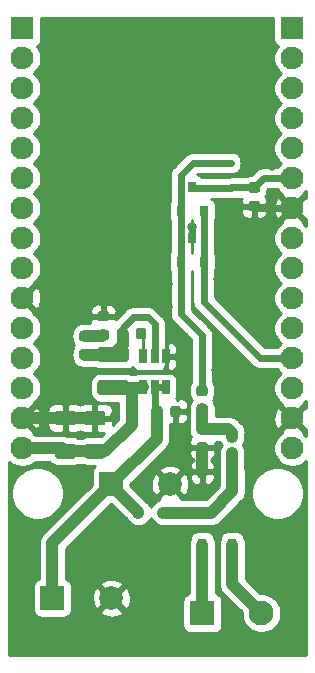
<source format=gtl>
G04 #@! TF.GenerationSoftware,KiCad,Pcbnew,5.1.5+dfsg1-2build2*
G04 #@! TF.CreationDate,2022-11-05T00:29:27+01:00*
G04 #@! TF.ProjectId,MBus_to_radio,4d427573-5f74-46f5-9f72-6164696f2e6b,rev?*
G04 #@! TF.SameCoordinates,Original*
G04 #@! TF.FileFunction,Copper,L1,Top*
G04 #@! TF.FilePolarity,Positive*
%FSLAX46Y46*%
G04 Gerber Fmt 4.6, Leading zero omitted, Abs format (unit mm)*
G04 Created by KiCad (PCBNEW 5.1.5+dfsg1-2build2) date 2022-11-05 00:29:27*
%MOMM*%
%LPD*%
G04 APERTURE LIST*
%ADD10C,0.100000*%
%ADD11C,2.000000*%
%ADD12R,2.000000X2.000000*%
%ADD13C,2.100000*%
%ADD14R,2.100000X2.100000*%
%ADD15R,0.650000X1.220000*%
%ADD16R,0.800000X0.900000*%
%ADD17R,0.450000X0.600000*%
%ADD18R,0.700000X0.600000*%
%ADD19R,0.600000X0.450000*%
%ADD20R,0.800000X1.000000*%
%ADD21C,1.930000*%
%ADD22R,1.930000X1.930000*%
%ADD23C,0.800000*%
%ADD24C,0.600000*%
%ADD25C,1.000000*%
%ADD26C,0.250000*%
%ADD27C,0.254000*%
G04 APERTURE END LIST*
G04 #@! TA.AperFunction,SMDPad,CuDef*
D10*
G36*
X104925691Y-86177553D02*
G01*
X104946926Y-86180703D01*
X104967750Y-86185919D01*
X104987962Y-86193151D01*
X105007368Y-86202330D01*
X105025781Y-86213366D01*
X105043024Y-86226154D01*
X105058930Y-86240570D01*
X105073346Y-86256476D01*
X105086134Y-86273719D01*
X105097170Y-86292132D01*
X105106349Y-86311538D01*
X105113581Y-86331750D01*
X105118797Y-86352574D01*
X105121947Y-86373809D01*
X105123000Y-86395250D01*
X105123000Y-86832750D01*
X105121947Y-86854191D01*
X105118797Y-86875426D01*
X105113581Y-86896250D01*
X105106349Y-86916462D01*
X105097170Y-86935868D01*
X105086134Y-86954281D01*
X105073346Y-86971524D01*
X105058930Y-86987430D01*
X105043024Y-87001846D01*
X105025781Y-87014634D01*
X105007368Y-87025670D01*
X104987962Y-87034849D01*
X104967750Y-87042081D01*
X104946926Y-87047297D01*
X104925691Y-87050447D01*
X104904250Y-87051500D01*
X104391750Y-87051500D01*
X104370309Y-87050447D01*
X104349074Y-87047297D01*
X104328250Y-87042081D01*
X104308038Y-87034849D01*
X104288632Y-87025670D01*
X104270219Y-87014634D01*
X104252976Y-87001846D01*
X104237070Y-86987430D01*
X104222654Y-86971524D01*
X104209866Y-86954281D01*
X104198830Y-86935868D01*
X104189651Y-86916462D01*
X104182419Y-86896250D01*
X104177203Y-86875426D01*
X104174053Y-86854191D01*
X104173000Y-86832750D01*
X104173000Y-86395250D01*
X104174053Y-86373809D01*
X104177203Y-86352574D01*
X104182419Y-86331750D01*
X104189651Y-86311538D01*
X104198830Y-86292132D01*
X104209866Y-86273719D01*
X104222654Y-86256476D01*
X104237070Y-86240570D01*
X104252976Y-86226154D01*
X104270219Y-86213366D01*
X104288632Y-86202330D01*
X104308038Y-86193151D01*
X104328250Y-86185919D01*
X104349074Y-86180703D01*
X104370309Y-86177553D01*
X104391750Y-86176500D01*
X104904250Y-86176500D01*
X104925691Y-86177553D01*
G37*
G04 #@! TD.AperFunction*
G04 #@! TA.AperFunction,SMDPad,CuDef*
G36*
X104925691Y-87752553D02*
G01*
X104946926Y-87755703D01*
X104967750Y-87760919D01*
X104987962Y-87768151D01*
X105007368Y-87777330D01*
X105025781Y-87788366D01*
X105043024Y-87801154D01*
X105058930Y-87815570D01*
X105073346Y-87831476D01*
X105086134Y-87848719D01*
X105097170Y-87867132D01*
X105106349Y-87886538D01*
X105113581Y-87906750D01*
X105118797Y-87927574D01*
X105121947Y-87948809D01*
X105123000Y-87970250D01*
X105123000Y-88407750D01*
X105121947Y-88429191D01*
X105118797Y-88450426D01*
X105113581Y-88471250D01*
X105106349Y-88491462D01*
X105097170Y-88510868D01*
X105086134Y-88529281D01*
X105073346Y-88546524D01*
X105058930Y-88562430D01*
X105043024Y-88576846D01*
X105025781Y-88589634D01*
X105007368Y-88600670D01*
X104987962Y-88609849D01*
X104967750Y-88617081D01*
X104946926Y-88622297D01*
X104925691Y-88625447D01*
X104904250Y-88626500D01*
X104391750Y-88626500D01*
X104370309Y-88625447D01*
X104349074Y-88622297D01*
X104328250Y-88617081D01*
X104308038Y-88609849D01*
X104288632Y-88600670D01*
X104270219Y-88589634D01*
X104252976Y-88576846D01*
X104237070Y-88562430D01*
X104222654Y-88546524D01*
X104209866Y-88529281D01*
X104198830Y-88510868D01*
X104189651Y-88491462D01*
X104182419Y-88471250D01*
X104177203Y-88450426D01*
X104174053Y-88429191D01*
X104173000Y-88407750D01*
X104173000Y-87970250D01*
X104174053Y-87948809D01*
X104177203Y-87927574D01*
X104182419Y-87906750D01*
X104189651Y-87886538D01*
X104198830Y-87867132D01*
X104209866Y-87848719D01*
X104222654Y-87831476D01*
X104237070Y-87815570D01*
X104252976Y-87801154D01*
X104270219Y-87788366D01*
X104288632Y-87777330D01*
X104308038Y-87768151D01*
X104328250Y-87760919D01*
X104349074Y-87755703D01*
X104370309Y-87752553D01*
X104391750Y-87751500D01*
X104904250Y-87751500D01*
X104925691Y-87752553D01*
G37*
G04 #@! TD.AperFunction*
G04 #@! TA.AperFunction,SMDPad,CuDef*
G36*
X103363591Y-89428853D02*
G01*
X103384826Y-89432003D01*
X103405650Y-89437219D01*
X103425862Y-89444451D01*
X103445268Y-89453630D01*
X103463681Y-89464666D01*
X103480924Y-89477454D01*
X103496830Y-89491870D01*
X103511246Y-89507776D01*
X103524034Y-89525019D01*
X103535070Y-89543432D01*
X103544249Y-89562838D01*
X103551481Y-89583050D01*
X103556697Y-89603874D01*
X103559847Y-89625109D01*
X103560900Y-89646550D01*
X103560900Y-90084050D01*
X103559847Y-90105491D01*
X103556697Y-90126726D01*
X103551481Y-90147550D01*
X103544249Y-90167762D01*
X103535070Y-90187168D01*
X103524034Y-90205581D01*
X103511246Y-90222824D01*
X103496830Y-90238730D01*
X103480924Y-90253146D01*
X103463681Y-90265934D01*
X103445268Y-90276970D01*
X103425862Y-90286149D01*
X103405650Y-90293381D01*
X103384826Y-90298597D01*
X103363591Y-90301747D01*
X103342150Y-90302800D01*
X102829650Y-90302800D01*
X102808209Y-90301747D01*
X102786974Y-90298597D01*
X102766150Y-90293381D01*
X102745938Y-90286149D01*
X102726532Y-90276970D01*
X102708119Y-90265934D01*
X102690876Y-90253146D01*
X102674970Y-90238730D01*
X102660554Y-90222824D01*
X102647766Y-90205581D01*
X102636730Y-90187168D01*
X102627551Y-90167762D01*
X102620319Y-90147550D01*
X102615103Y-90126726D01*
X102611953Y-90105491D01*
X102610900Y-90084050D01*
X102610900Y-89646550D01*
X102611953Y-89625109D01*
X102615103Y-89603874D01*
X102620319Y-89583050D01*
X102627551Y-89562838D01*
X102636730Y-89543432D01*
X102647766Y-89525019D01*
X102660554Y-89507776D01*
X102674970Y-89491870D01*
X102690876Y-89477454D01*
X102708119Y-89464666D01*
X102726532Y-89453630D01*
X102745938Y-89444451D01*
X102766150Y-89437219D01*
X102786974Y-89432003D01*
X102808209Y-89428853D01*
X102829650Y-89427800D01*
X103342150Y-89427800D01*
X103363591Y-89428853D01*
G37*
G04 #@! TD.AperFunction*
G04 #@! TA.AperFunction,SMDPad,CuDef*
G36*
X103363591Y-87853853D02*
G01*
X103384826Y-87857003D01*
X103405650Y-87862219D01*
X103425862Y-87869451D01*
X103445268Y-87878630D01*
X103463681Y-87889666D01*
X103480924Y-87902454D01*
X103496830Y-87916870D01*
X103511246Y-87932776D01*
X103524034Y-87950019D01*
X103535070Y-87968432D01*
X103544249Y-87987838D01*
X103551481Y-88008050D01*
X103556697Y-88028874D01*
X103559847Y-88050109D01*
X103560900Y-88071550D01*
X103560900Y-88509050D01*
X103559847Y-88530491D01*
X103556697Y-88551726D01*
X103551481Y-88572550D01*
X103544249Y-88592762D01*
X103535070Y-88612168D01*
X103524034Y-88630581D01*
X103511246Y-88647824D01*
X103496830Y-88663730D01*
X103480924Y-88678146D01*
X103463681Y-88690934D01*
X103445268Y-88701970D01*
X103425862Y-88711149D01*
X103405650Y-88718381D01*
X103384826Y-88723597D01*
X103363591Y-88726747D01*
X103342150Y-88727800D01*
X102829650Y-88727800D01*
X102808209Y-88726747D01*
X102786974Y-88723597D01*
X102766150Y-88718381D01*
X102745938Y-88711149D01*
X102726532Y-88701970D01*
X102708119Y-88690934D01*
X102690876Y-88678146D01*
X102674970Y-88663730D01*
X102660554Y-88647824D01*
X102647766Y-88630581D01*
X102636730Y-88612168D01*
X102627551Y-88592762D01*
X102620319Y-88572550D01*
X102615103Y-88551726D01*
X102611953Y-88530491D01*
X102610900Y-88509050D01*
X102610900Y-88071550D01*
X102611953Y-88050109D01*
X102615103Y-88028874D01*
X102620319Y-88008050D01*
X102627551Y-87987838D01*
X102636730Y-87968432D01*
X102647766Y-87950019D01*
X102660554Y-87932776D01*
X102674970Y-87916870D01*
X102690876Y-87902454D01*
X102708119Y-87889666D01*
X102726532Y-87878630D01*
X102745938Y-87869451D01*
X102766150Y-87862219D01*
X102786974Y-87857003D01*
X102808209Y-87853853D01*
X102829650Y-87852800D01*
X103342150Y-87852800D01*
X103363591Y-87853853D01*
G37*
G04 #@! TD.AperFunction*
D11*
X110295700Y-100850700D03*
D12*
X105295700Y-100850700D03*
D13*
X118030000Y-111760000D03*
D14*
X113030000Y-111760000D03*
D15*
X108041400Y-90017600D03*
X108991400Y-90017600D03*
X109941400Y-90017600D03*
X109941400Y-92637600D03*
X108991400Y-92637600D03*
X108041400Y-92637600D03*
G04 #@! TA.AperFunction,SMDPad,CuDef*
D10*
G36*
X113282291Y-94076953D02*
G01*
X113303526Y-94080103D01*
X113324350Y-94085319D01*
X113344562Y-94092551D01*
X113363968Y-94101730D01*
X113382381Y-94112766D01*
X113399624Y-94125554D01*
X113415530Y-94139970D01*
X113429946Y-94155876D01*
X113442734Y-94173119D01*
X113453770Y-94191532D01*
X113462949Y-94210938D01*
X113470181Y-94231150D01*
X113475397Y-94251974D01*
X113478547Y-94273209D01*
X113479600Y-94294650D01*
X113479600Y-94732150D01*
X113478547Y-94753591D01*
X113475397Y-94774826D01*
X113470181Y-94795650D01*
X113462949Y-94815862D01*
X113453770Y-94835268D01*
X113442734Y-94853681D01*
X113429946Y-94870924D01*
X113415530Y-94886830D01*
X113399624Y-94901246D01*
X113382381Y-94914034D01*
X113363968Y-94925070D01*
X113344562Y-94934249D01*
X113324350Y-94941481D01*
X113303526Y-94946697D01*
X113282291Y-94949847D01*
X113260850Y-94950900D01*
X112748350Y-94950900D01*
X112726909Y-94949847D01*
X112705674Y-94946697D01*
X112684850Y-94941481D01*
X112664638Y-94934249D01*
X112645232Y-94925070D01*
X112626819Y-94914034D01*
X112609576Y-94901246D01*
X112593670Y-94886830D01*
X112579254Y-94870924D01*
X112566466Y-94853681D01*
X112555430Y-94835268D01*
X112546251Y-94815862D01*
X112539019Y-94795650D01*
X112533803Y-94774826D01*
X112530653Y-94753591D01*
X112529600Y-94732150D01*
X112529600Y-94294650D01*
X112530653Y-94273209D01*
X112533803Y-94251974D01*
X112539019Y-94231150D01*
X112546251Y-94210938D01*
X112555430Y-94191532D01*
X112566466Y-94173119D01*
X112579254Y-94155876D01*
X112593670Y-94139970D01*
X112609576Y-94125554D01*
X112626819Y-94112766D01*
X112645232Y-94101730D01*
X112664638Y-94092551D01*
X112684850Y-94085319D01*
X112705674Y-94080103D01*
X112726909Y-94076953D01*
X112748350Y-94075900D01*
X113260850Y-94075900D01*
X113282291Y-94076953D01*
G37*
G04 #@! TD.AperFunction*
G04 #@! TA.AperFunction,SMDPad,CuDef*
G36*
X113282291Y-92501953D02*
G01*
X113303526Y-92505103D01*
X113324350Y-92510319D01*
X113344562Y-92517551D01*
X113363968Y-92526730D01*
X113382381Y-92537766D01*
X113399624Y-92550554D01*
X113415530Y-92564970D01*
X113429946Y-92580876D01*
X113442734Y-92598119D01*
X113453770Y-92616532D01*
X113462949Y-92635938D01*
X113470181Y-92656150D01*
X113475397Y-92676974D01*
X113478547Y-92698209D01*
X113479600Y-92719650D01*
X113479600Y-93157150D01*
X113478547Y-93178591D01*
X113475397Y-93199826D01*
X113470181Y-93220650D01*
X113462949Y-93240862D01*
X113453770Y-93260268D01*
X113442734Y-93278681D01*
X113429946Y-93295924D01*
X113415530Y-93311830D01*
X113399624Y-93326246D01*
X113382381Y-93339034D01*
X113363968Y-93350070D01*
X113344562Y-93359249D01*
X113324350Y-93366481D01*
X113303526Y-93371697D01*
X113282291Y-93374847D01*
X113260850Y-93375900D01*
X112748350Y-93375900D01*
X112726909Y-93374847D01*
X112705674Y-93371697D01*
X112684850Y-93366481D01*
X112664638Y-93359249D01*
X112645232Y-93350070D01*
X112626819Y-93339034D01*
X112609576Y-93326246D01*
X112593670Y-93311830D01*
X112579254Y-93295924D01*
X112566466Y-93278681D01*
X112555430Y-93260268D01*
X112546251Y-93240862D01*
X112539019Y-93220650D01*
X112533803Y-93199826D01*
X112530653Y-93178591D01*
X112529600Y-93157150D01*
X112529600Y-92719650D01*
X112530653Y-92698209D01*
X112533803Y-92676974D01*
X112539019Y-92656150D01*
X112546251Y-92635938D01*
X112555430Y-92616532D01*
X112566466Y-92598119D01*
X112579254Y-92580876D01*
X112593670Y-92564970D01*
X112609576Y-92550554D01*
X112626819Y-92537766D01*
X112645232Y-92526730D01*
X112664638Y-92517551D01*
X112684850Y-92510319D01*
X112705674Y-92505103D01*
X112726909Y-92501953D01*
X112748350Y-92500900D01*
X113260850Y-92500900D01*
X113282291Y-92501953D01*
G37*
G04 #@! TD.AperFunction*
G04 #@! TA.AperFunction,SMDPad,CuDef*
G36*
X113307691Y-97302753D02*
G01*
X113328926Y-97305903D01*
X113349750Y-97311119D01*
X113369962Y-97318351D01*
X113389368Y-97327530D01*
X113407781Y-97338566D01*
X113425024Y-97351354D01*
X113440930Y-97365770D01*
X113455346Y-97381676D01*
X113468134Y-97398919D01*
X113479170Y-97417332D01*
X113488349Y-97436738D01*
X113495581Y-97456950D01*
X113500797Y-97477774D01*
X113503947Y-97499009D01*
X113505000Y-97520450D01*
X113505000Y-97957950D01*
X113503947Y-97979391D01*
X113500797Y-98000626D01*
X113495581Y-98021450D01*
X113488349Y-98041662D01*
X113479170Y-98061068D01*
X113468134Y-98079481D01*
X113455346Y-98096724D01*
X113440930Y-98112630D01*
X113425024Y-98127046D01*
X113407781Y-98139834D01*
X113389368Y-98150870D01*
X113369962Y-98160049D01*
X113349750Y-98167281D01*
X113328926Y-98172497D01*
X113307691Y-98175647D01*
X113286250Y-98176700D01*
X112773750Y-98176700D01*
X112752309Y-98175647D01*
X112731074Y-98172497D01*
X112710250Y-98167281D01*
X112690038Y-98160049D01*
X112670632Y-98150870D01*
X112652219Y-98139834D01*
X112634976Y-98127046D01*
X112619070Y-98112630D01*
X112604654Y-98096724D01*
X112591866Y-98079481D01*
X112580830Y-98061068D01*
X112571651Y-98041662D01*
X112564419Y-98021450D01*
X112559203Y-98000626D01*
X112556053Y-97979391D01*
X112555000Y-97957950D01*
X112555000Y-97520450D01*
X112556053Y-97499009D01*
X112559203Y-97477774D01*
X112564419Y-97456950D01*
X112571651Y-97436738D01*
X112580830Y-97417332D01*
X112591866Y-97398919D01*
X112604654Y-97381676D01*
X112619070Y-97365770D01*
X112634976Y-97351354D01*
X112652219Y-97338566D01*
X112670632Y-97327530D01*
X112690038Y-97318351D01*
X112710250Y-97311119D01*
X112731074Y-97305903D01*
X112752309Y-97302753D01*
X112773750Y-97301700D01*
X113286250Y-97301700D01*
X113307691Y-97302753D01*
G37*
G04 #@! TD.AperFunction*
G04 #@! TA.AperFunction,SMDPad,CuDef*
G36*
X113307691Y-95727753D02*
G01*
X113328926Y-95730903D01*
X113349750Y-95736119D01*
X113369962Y-95743351D01*
X113389368Y-95752530D01*
X113407781Y-95763566D01*
X113425024Y-95776354D01*
X113440930Y-95790770D01*
X113455346Y-95806676D01*
X113468134Y-95823919D01*
X113479170Y-95842332D01*
X113488349Y-95861738D01*
X113495581Y-95881950D01*
X113500797Y-95902774D01*
X113503947Y-95924009D01*
X113505000Y-95945450D01*
X113505000Y-96382950D01*
X113503947Y-96404391D01*
X113500797Y-96425626D01*
X113495581Y-96446450D01*
X113488349Y-96466662D01*
X113479170Y-96486068D01*
X113468134Y-96504481D01*
X113455346Y-96521724D01*
X113440930Y-96537630D01*
X113425024Y-96552046D01*
X113407781Y-96564834D01*
X113389368Y-96575870D01*
X113369962Y-96585049D01*
X113349750Y-96592281D01*
X113328926Y-96597497D01*
X113307691Y-96600647D01*
X113286250Y-96601700D01*
X112773750Y-96601700D01*
X112752309Y-96600647D01*
X112731074Y-96597497D01*
X112710250Y-96592281D01*
X112690038Y-96585049D01*
X112670632Y-96575870D01*
X112652219Y-96564834D01*
X112634976Y-96552046D01*
X112619070Y-96537630D01*
X112604654Y-96521724D01*
X112591866Y-96504481D01*
X112580830Y-96486068D01*
X112571651Y-96466662D01*
X112564419Y-96446450D01*
X112559203Y-96425626D01*
X112556053Y-96404391D01*
X112555000Y-96382950D01*
X112555000Y-95945450D01*
X112556053Y-95924009D01*
X112559203Y-95902774D01*
X112564419Y-95881950D01*
X112571651Y-95861738D01*
X112580830Y-95842332D01*
X112591866Y-95823919D01*
X112604654Y-95806676D01*
X112619070Y-95790770D01*
X112634976Y-95776354D01*
X112652219Y-95763566D01*
X112670632Y-95752530D01*
X112690038Y-95743351D01*
X112710250Y-95736119D01*
X112731074Y-95730903D01*
X112752309Y-95727753D01*
X112773750Y-95726700D01*
X113286250Y-95726700D01*
X113307691Y-95727753D01*
G37*
G04 #@! TD.AperFunction*
D16*
X112179100Y-80000600D03*
X113129100Y-82000600D03*
X111229100Y-82000600D03*
X112179100Y-75704700D03*
X113129100Y-77704700D03*
X111229100Y-77704700D03*
G04 #@! TA.AperFunction,SMDPad,CuDef*
D10*
G36*
X106573004Y-92035404D02*
G01*
X106597273Y-92039004D01*
X106621071Y-92044965D01*
X106644171Y-92053230D01*
X106666349Y-92063720D01*
X106687393Y-92076333D01*
X106707098Y-92090947D01*
X106725277Y-92107423D01*
X106741753Y-92125602D01*
X106756367Y-92145307D01*
X106768980Y-92166351D01*
X106779470Y-92188529D01*
X106787735Y-92211629D01*
X106793696Y-92235427D01*
X106797296Y-92259696D01*
X106798500Y-92284200D01*
X106798500Y-93034200D01*
X106797296Y-93058704D01*
X106793696Y-93082973D01*
X106787735Y-93106771D01*
X106779470Y-93129871D01*
X106768980Y-93152049D01*
X106756367Y-93173093D01*
X106741753Y-93192798D01*
X106725277Y-93210977D01*
X106707098Y-93227453D01*
X106687393Y-93242067D01*
X106666349Y-93254680D01*
X106644171Y-93265170D01*
X106621071Y-93273435D01*
X106597273Y-93279396D01*
X106573004Y-93282996D01*
X106548500Y-93284200D01*
X104398500Y-93284200D01*
X104373996Y-93282996D01*
X104349727Y-93279396D01*
X104325929Y-93273435D01*
X104302829Y-93265170D01*
X104280651Y-93254680D01*
X104259607Y-93242067D01*
X104239902Y-93227453D01*
X104221723Y-93210977D01*
X104205247Y-93192798D01*
X104190633Y-93173093D01*
X104178020Y-93152049D01*
X104167530Y-93129871D01*
X104159265Y-93106771D01*
X104153304Y-93082973D01*
X104149704Y-93058704D01*
X104148500Y-93034200D01*
X104148500Y-92284200D01*
X104149704Y-92259696D01*
X104153304Y-92235427D01*
X104159265Y-92211629D01*
X104167530Y-92188529D01*
X104178020Y-92166351D01*
X104190633Y-92145307D01*
X104205247Y-92125602D01*
X104221723Y-92107423D01*
X104239902Y-92090947D01*
X104259607Y-92076333D01*
X104280651Y-92063720D01*
X104302829Y-92053230D01*
X104325929Y-92044965D01*
X104349727Y-92039004D01*
X104373996Y-92035404D01*
X104398500Y-92034200D01*
X106548500Y-92034200D01*
X106573004Y-92035404D01*
G37*
G04 #@! TD.AperFunction*
G04 #@! TA.AperFunction,SMDPad,CuDef*
G36*
X106573004Y-89235404D02*
G01*
X106597273Y-89239004D01*
X106621071Y-89244965D01*
X106644171Y-89253230D01*
X106666349Y-89263720D01*
X106687393Y-89276333D01*
X106707098Y-89290947D01*
X106725277Y-89307423D01*
X106741753Y-89325602D01*
X106756367Y-89345307D01*
X106768980Y-89366351D01*
X106779470Y-89388529D01*
X106787735Y-89411629D01*
X106793696Y-89435427D01*
X106797296Y-89459696D01*
X106798500Y-89484200D01*
X106798500Y-90234200D01*
X106797296Y-90258704D01*
X106793696Y-90282973D01*
X106787735Y-90306771D01*
X106779470Y-90329871D01*
X106768980Y-90352049D01*
X106756367Y-90373093D01*
X106741753Y-90392798D01*
X106725277Y-90410977D01*
X106707098Y-90427453D01*
X106687393Y-90442067D01*
X106666349Y-90454680D01*
X106644171Y-90465170D01*
X106621071Y-90473435D01*
X106597273Y-90479396D01*
X106573004Y-90482996D01*
X106548500Y-90484200D01*
X104398500Y-90484200D01*
X104373996Y-90482996D01*
X104349727Y-90479396D01*
X104325929Y-90473435D01*
X104302829Y-90465170D01*
X104280651Y-90454680D01*
X104259607Y-90442067D01*
X104239902Y-90427453D01*
X104221723Y-90410977D01*
X104205247Y-90392798D01*
X104190633Y-90373093D01*
X104178020Y-90352049D01*
X104167530Y-90329871D01*
X104159265Y-90306771D01*
X104153304Y-90282973D01*
X104149704Y-90258704D01*
X104148500Y-90234200D01*
X104148500Y-89484200D01*
X104149704Y-89459696D01*
X104153304Y-89435427D01*
X104159265Y-89411629D01*
X104167530Y-89388529D01*
X104178020Y-89366351D01*
X104190633Y-89345307D01*
X104205247Y-89325602D01*
X104221723Y-89307423D01*
X104239902Y-89290947D01*
X104259607Y-89276333D01*
X104280651Y-89263720D01*
X104302829Y-89253230D01*
X104325929Y-89244965D01*
X104349727Y-89239004D01*
X104373996Y-89235404D01*
X104398500Y-89234200D01*
X106548500Y-89234200D01*
X106573004Y-89235404D01*
G37*
G04 #@! TD.AperFunction*
D17*
X115417600Y-73638700D03*
X115417600Y-75738700D03*
D18*
X115544600Y-98221800D03*
X115544600Y-96821800D03*
D19*
X109711200Y-103238300D03*
X107611200Y-103238300D03*
D20*
X113030000Y-99795000D03*
X115570000Y-99795000D03*
X115570000Y-105945000D03*
X113030000Y-105945000D03*
G04 #@! TA.AperFunction,SMDPad,CuDef*
D10*
G36*
X117701891Y-75280953D02*
G01*
X117723126Y-75284103D01*
X117743950Y-75289319D01*
X117764162Y-75296551D01*
X117783568Y-75305730D01*
X117801981Y-75316766D01*
X117819224Y-75329554D01*
X117835130Y-75343970D01*
X117849546Y-75359876D01*
X117862334Y-75377119D01*
X117873370Y-75395532D01*
X117882549Y-75414938D01*
X117889781Y-75435150D01*
X117894997Y-75455974D01*
X117898147Y-75477209D01*
X117899200Y-75498650D01*
X117899200Y-75936150D01*
X117898147Y-75957591D01*
X117894997Y-75978826D01*
X117889781Y-75999650D01*
X117882549Y-76019862D01*
X117873370Y-76039268D01*
X117862334Y-76057681D01*
X117849546Y-76074924D01*
X117835130Y-76090830D01*
X117819224Y-76105246D01*
X117801981Y-76118034D01*
X117783568Y-76129070D01*
X117764162Y-76138249D01*
X117743950Y-76145481D01*
X117723126Y-76150697D01*
X117701891Y-76153847D01*
X117680450Y-76154900D01*
X117167950Y-76154900D01*
X117146509Y-76153847D01*
X117125274Y-76150697D01*
X117104450Y-76145481D01*
X117084238Y-76138249D01*
X117064832Y-76129070D01*
X117046419Y-76118034D01*
X117029176Y-76105246D01*
X117013270Y-76090830D01*
X116998854Y-76074924D01*
X116986066Y-76057681D01*
X116975030Y-76039268D01*
X116965851Y-76019862D01*
X116958619Y-75999650D01*
X116953403Y-75978826D01*
X116950253Y-75957591D01*
X116949200Y-75936150D01*
X116949200Y-75498650D01*
X116950253Y-75477209D01*
X116953403Y-75455974D01*
X116958619Y-75435150D01*
X116965851Y-75414938D01*
X116975030Y-75395532D01*
X116986066Y-75377119D01*
X116998854Y-75359876D01*
X117013270Y-75343970D01*
X117029176Y-75329554D01*
X117046419Y-75316766D01*
X117064832Y-75305730D01*
X117084238Y-75296551D01*
X117104450Y-75289319D01*
X117125274Y-75284103D01*
X117146509Y-75280953D01*
X117167950Y-75279900D01*
X117680450Y-75279900D01*
X117701891Y-75280953D01*
G37*
G04 #@! TD.AperFunction*
G04 #@! TA.AperFunction,SMDPad,CuDef*
G36*
X117701891Y-76855953D02*
G01*
X117723126Y-76859103D01*
X117743950Y-76864319D01*
X117764162Y-76871551D01*
X117783568Y-76880730D01*
X117801981Y-76891766D01*
X117819224Y-76904554D01*
X117835130Y-76918970D01*
X117849546Y-76934876D01*
X117862334Y-76952119D01*
X117873370Y-76970532D01*
X117882549Y-76989938D01*
X117889781Y-77010150D01*
X117894997Y-77030974D01*
X117898147Y-77052209D01*
X117899200Y-77073650D01*
X117899200Y-77511150D01*
X117898147Y-77532591D01*
X117894997Y-77553826D01*
X117889781Y-77574650D01*
X117882549Y-77594862D01*
X117873370Y-77614268D01*
X117862334Y-77632681D01*
X117849546Y-77649924D01*
X117835130Y-77665830D01*
X117819224Y-77680246D01*
X117801981Y-77693034D01*
X117783568Y-77704070D01*
X117764162Y-77713249D01*
X117743950Y-77720481D01*
X117723126Y-77725697D01*
X117701891Y-77728847D01*
X117680450Y-77729900D01*
X117167950Y-77729900D01*
X117146509Y-77728847D01*
X117125274Y-77725697D01*
X117104450Y-77720481D01*
X117084238Y-77713249D01*
X117064832Y-77704070D01*
X117046419Y-77693034D01*
X117029176Y-77680246D01*
X117013270Y-77665830D01*
X116998854Y-77649924D01*
X116986066Y-77632681D01*
X116975030Y-77614268D01*
X116965851Y-77594862D01*
X116958619Y-77574650D01*
X116953403Y-77553826D01*
X116950253Y-77532591D01*
X116949200Y-77511150D01*
X116949200Y-77073650D01*
X116950253Y-77052209D01*
X116953403Y-77030974D01*
X116958619Y-77010150D01*
X116965851Y-76989938D01*
X116975030Y-76970532D01*
X116986066Y-76952119D01*
X116998854Y-76934876D01*
X117013270Y-76918970D01*
X117029176Y-76904554D01*
X117046419Y-76891766D01*
X117064832Y-76880730D01*
X117084238Y-76871551D01*
X117104450Y-76864319D01*
X117125274Y-76859103D01*
X117146509Y-76855953D01*
X117167950Y-76854900D01*
X117680450Y-76854900D01*
X117701891Y-76855953D01*
G37*
G04 #@! TD.AperFunction*
G04 #@! TA.AperFunction,SMDPad,CuDef*
G36*
X104586304Y-97420204D02*
G01*
X104610573Y-97423804D01*
X104634371Y-97429765D01*
X104657471Y-97438030D01*
X104679649Y-97448520D01*
X104700693Y-97461133D01*
X104720398Y-97475747D01*
X104738577Y-97492223D01*
X104755053Y-97510402D01*
X104769667Y-97530107D01*
X104782280Y-97551151D01*
X104792770Y-97573329D01*
X104801035Y-97596429D01*
X104806996Y-97620227D01*
X104810596Y-97644496D01*
X104811800Y-97669000D01*
X104811800Y-98419000D01*
X104810596Y-98443504D01*
X104806996Y-98467773D01*
X104801035Y-98491571D01*
X104792770Y-98514671D01*
X104782280Y-98536849D01*
X104769667Y-98557893D01*
X104755053Y-98577598D01*
X104738577Y-98595777D01*
X104720398Y-98612253D01*
X104700693Y-98626867D01*
X104679649Y-98639480D01*
X104657471Y-98649970D01*
X104634371Y-98658235D01*
X104610573Y-98664196D01*
X104586304Y-98667796D01*
X104561800Y-98669000D01*
X103311800Y-98669000D01*
X103287296Y-98667796D01*
X103263027Y-98664196D01*
X103239229Y-98658235D01*
X103216129Y-98649970D01*
X103193951Y-98639480D01*
X103172907Y-98626867D01*
X103153202Y-98612253D01*
X103135023Y-98595777D01*
X103118547Y-98577598D01*
X103103933Y-98557893D01*
X103091320Y-98536849D01*
X103080830Y-98514671D01*
X103072565Y-98491571D01*
X103066604Y-98467773D01*
X103063004Y-98443504D01*
X103061800Y-98419000D01*
X103061800Y-97669000D01*
X103063004Y-97644496D01*
X103066604Y-97620227D01*
X103072565Y-97596429D01*
X103080830Y-97573329D01*
X103091320Y-97551151D01*
X103103933Y-97530107D01*
X103118547Y-97510402D01*
X103135023Y-97492223D01*
X103153202Y-97475747D01*
X103172907Y-97461133D01*
X103193951Y-97448520D01*
X103216129Y-97438030D01*
X103239229Y-97429765D01*
X103263027Y-97423804D01*
X103287296Y-97420204D01*
X103311800Y-97419000D01*
X104561800Y-97419000D01*
X104586304Y-97420204D01*
G37*
G04 #@! TD.AperFunction*
G04 #@! TA.AperFunction,SMDPad,CuDef*
G36*
X104586304Y-94620204D02*
G01*
X104610573Y-94623804D01*
X104634371Y-94629765D01*
X104657471Y-94638030D01*
X104679649Y-94648520D01*
X104700693Y-94661133D01*
X104720398Y-94675747D01*
X104738577Y-94692223D01*
X104755053Y-94710402D01*
X104769667Y-94730107D01*
X104782280Y-94751151D01*
X104792770Y-94773329D01*
X104801035Y-94796429D01*
X104806996Y-94820227D01*
X104810596Y-94844496D01*
X104811800Y-94869000D01*
X104811800Y-95619000D01*
X104810596Y-95643504D01*
X104806996Y-95667773D01*
X104801035Y-95691571D01*
X104792770Y-95714671D01*
X104782280Y-95736849D01*
X104769667Y-95757893D01*
X104755053Y-95777598D01*
X104738577Y-95795777D01*
X104720398Y-95812253D01*
X104700693Y-95826867D01*
X104679649Y-95839480D01*
X104657471Y-95849970D01*
X104634371Y-95858235D01*
X104610573Y-95864196D01*
X104586304Y-95867796D01*
X104561800Y-95869000D01*
X103311800Y-95869000D01*
X103287296Y-95867796D01*
X103263027Y-95864196D01*
X103239229Y-95858235D01*
X103216129Y-95849970D01*
X103193951Y-95839480D01*
X103172907Y-95826867D01*
X103153202Y-95812253D01*
X103135023Y-95795777D01*
X103118547Y-95777598D01*
X103103933Y-95757893D01*
X103091320Y-95736849D01*
X103080830Y-95714671D01*
X103072565Y-95691571D01*
X103066604Y-95667773D01*
X103063004Y-95643504D01*
X103061800Y-95619000D01*
X103061800Y-94869000D01*
X103063004Y-94844496D01*
X103066604Y-94820227D01*
X103072565Y-94796429D01*
X103080830Y-94773329D01*
X103091320Y-94751151D01*
X103103933Y-94730107D01*
X103118547Y-94710402D01*
X103135023Y-94692223D01*
X103153202Y-94675747D01*
X103172907Y-94661133D01*
X103193951Y-94648520D01*
X103216129Y-94638030D01*
X103239229Y-94629765D01*
X103263027Y-94623804D01*
X103287296Y-94620204D01*
X103311800Y-94619000D01*
X104561800Y-94619000D01*
X104586304Y-94620204D01*
G37*
G04 #@! TD.AperFunction*
G04 #@! TA.AperFunction,SMDPad,CuDef*
G36*
X102071704Y-97420204D02*
G01*
X102095973Y-97423804D01*
X102119771Y-97429765D01*
X102142871Y-97438030D01*
X102165049Y-97448520D01*
X102186093Y-97461133D01*
X102205798Y-97475747D01*
X102223977Y-97492223D01*
X102240453Y-97510402D01*
X102255067Y-97530107D01*
X102267680Y-97551151D01*
X102278170Y-97573329D01*
X102286435Y-97596429D01*
X102292396Y-97620227D01*
X102295996Y-97644496D01*
X102297200Y-97669000D01*
X102297200Y-98419000D01*
X102295996Y-98443504D01*
X102292396Y-98467773D01*
X102286435Y-98491571D01*
X102278170Y-98514671D01*
X102267680Y-98536849D01*
X102255067Y-98557893D01*
X102240453Y-98577598D01*
X102223977Y-98595777D01*
X102205798Y-98612253D01*
X102186093Y-98626867D01*
X102165049Y-98639480D01*
X102142871Y-98649970D01*
X102119771Y-98658235D01*
X102095973Y-98664196D01*
X102071704Y-98667796D01*
X102047200Y-98669000D01*
X100797200Y-98669000D01*
X100772696Y-98667796D01*
X100748427Y-98664196D01*
X100724629Y-98658235D01*
X100701529Y-98649970D01*
X100679351Y-98639480D01*
X100658307Y-98626867D01*
X100638602Y-98612253D01*
X100620423Y-98595777D01*
X100603947Y-98577598D01*
X100589333Y-98557893D01*
X100576720Y-98536849D01*
X100566230Y-98514671D01*
X100557965Y-98491571D01*
X100552004Y-98467773D01*
X100548404Y-98443504D01*
X100547200Y-98419000D01*
X100547200Y-97669000D01*
X100548404Y-97644496D01*
X100552004Y-97620227D01*
X100557965Y-97596429D01*
X100566230Y-97573329D01*
X100576720Y-97551151D01*
X100589333Y-97530107D01*
X100603947Y-97510402D01*
X100620423Y-97492223D01*
X100638602Y-97475747D01*
X100658307Y-97461133D01*
X100679351Y-97448520D01*
X100701529Y-97438030D01*
X100724629Y-97429765D01*
X100748427Y-97423804D01*
X100772696Y-97420204D01*
X100797200Y-97419000D01*
X102047200Y-97419000D01*
X102071704Y-97420204D01*
G37*
G04 #@! TD.AperFunction*
G04 #@! TA.AperFunction,SMDPad,CuDef*
G36*
X102071704Y-94620204D02*
G01*
X102095973Y-94623804D01*
X102119771Y-94629765D01*
X102142871Y-94638030D01*
X102165049Y-94648520D01*
X102186093Y-94661133D01*
X102205798Y-94675747D01*
X102223977Y-94692223D01*
X102240453Y-94710402D01*
X102255067Y-94730107D01*
X102267680Y-94751151D01*
X102278170Y-94773329D01*
X102286435Y-94796429D01*
X102292396Y-94820227D01*
X102295996Y-94844496D01*
X102297200Y-94869000D01*
X102297200Y-95619000D01*
X102295996Y-95643504D01*
X102292396Y-95667773D01*
X102286435Y-95691571D01*
X102278170Y-95714671D01*
X102267680Y-95736849D01*
X102255067Y-95757893D01*
X102240453Y-95777598D01*
X102223977Y-95795777D01*
X102205798Y-95812253D01*
X102186093Y-95826867D01*
X102165049Y-95839480D01*
X102142871Y-95849970D01*
X102119771Y-95858235D01*
X102095973Y-95864196D01*
X102071704Y-95867796D01*
X102047200Y-95869000D01*
X100797200Y-95869000D01*
X100772696Y-95867796D01*
X100748427Y-95864196D01*
X100724629Y-95858235D01*
X100701529Y-95849970D01*
X100679351Y-95839480D01*
X100658307Y-95826867D01*
X100638602Y-95812253D01*
X100620423Y-95795777D01*
X100603947Y-95777598D01*
X100589333Y-95757893D01*
X100576720Y-95736849D01*
X100566230Y-95714671D01*
X100557965Y-95691571D01*
X100552004Y-95667773D01*
X100548404Y-95643504D01*
X100547200Y-95619000D01*
X100547200Y-94869000D01*
X100548404Y-94844496D01*
X100552004Y-94820227D01*
X100557965Y-94796429D01*
X100566230Y-94773329D01*
X100576720Y-94751151D01*
X100589333Y-94730107D01*
X100603947Y-94710402D01*
X100620423Y-94692223D01*
X100638602Y-94675747D01*
X100658307Y-94661133D01*
X100679351Y-94648520D01*
X100701529Y-94638030D01*
X100724629Y-94629765D01*
X100748427Y-94623804D01*
X100772696Y-94620204D01*
X100797200Y-94619000D01*
X102047200Y-94619000D01*
X102071704Y-94620204D01*
G37*
G04 #@! TD.AperFunction*
G04 #@! TA.AperFunction,SMDPad,CuDef*
G36*
X106513791Y-87613253D02*
G01*
X106535026Y-87616403D01*
X106555850Y-87621619D01*
X106576062Y-87628851D01*
X106595468Y-87638030D01*
X106613881Y-87649066D01*
X106631124Y-87661854D01*
X106647030Y-87676270D01*
X106661446Y-87692176D01*
X106674234Y-87709419D01*
X106685270Y-87727832D01*
X106694449Y-87747238D01*
X106701681Y-87767450D01*
X106706897Y-87788274D01*
X106710047Y-87809509D01*
X106711100Y-87830950D01*
X106711100Y-88343450D01*
X106710047Y-88364891D01*
X106706897Y-88386126D01*
X106701681Y-88406950D01*
X106694449Y-88427162D01*
X106685270Y-88446568D01*
X106674234Y-88464981D01*
X106661446Y-88482224D01*
X106647030Y-88498130D01*
X106631124Y-88512546D01*
X106613881Y-88525334D01*
X106595468Y-88536370D01*
X106576062Y-88545549D01*
X106555850Y-88552781D01*
X106535026Y-88557997D01*
X106513791Y-88561147D01*
X106492350Y-88562200D01*
X106054850Y-88562200D01*
X106033409Y-88561147D01*
X106012174Y-88557997D01*
X105991350Y-88552781D01*
X105971138Y-88545549D01*
X105951732Y-88536370D01*
X105933319Y-88525334D01*
X105916076Y-88512546D01*
X105900170Y-88498130D01*
X105885754Y-88482224D01*
X105872966Y-88464981D01*
X105861930Y-88446568D01*
X105852751Y-88427162D01*
X105845519Y-88406950D01*
X105840303Y-88386126D01*
X105837153Y-88364891D01*
X105836100Y-88343450D01*
X105836100Y-87830950D01*
X105837153Y-87809509D01*
X105840303Y-87788274D01*
X105845519Y-87767450D01*
X105852751Y-87747238D01*
X105861930Y-87727832D01*
X105872966Y-87709419D01*
X105885754Y-87692176D01*
X105900170Y-87676270D01*
X105916076Y-87661854D01*
X105933319Y-87649066D01*
X105951732Y-87638030D01*
X105971138Y-87628851D01*
X105991350Y-87621619D01*
X106012174Y-87616403D01*
X106033409Y-87613253D01*
X106054850Y-87612200D01*
X106492350Y-87612200D01*
X106513791Y-87613253D01*
G37*
G04 #@! TD.AperFunction*
G04 #@! TA.AperFunction,SMDPad,CuDef*
G36*
X108088791Y-87613253D02*
G01*
X108110026Y-87616403D01*
X108130850Y-87621619D01*
X108151062Y-87628851D01*
X108170468Y-87638030D01*
X108188881Y-87649066D01*
X108206124Y-87661854D01*
X108222030Y-87676270D01*
X108236446Y-87692176D01*
X108249234Y-87709419D01*
X108260270Y-87727832D01*
X108269449Y-87747238D01*
X108276681Y-87767450D01*
X108281897Y-87788274D01*
X108285047Y-87809509D01*
X108286100Y-87830950D01*
X108286100Y-88343450D01*
X108285047Y-88364891D01*
X108281897Y-88386126D01*
X108276681Y-88406950D01*
X108269449Y-88427162D01*
X108260270Y-88446568D01*
X108249234Y-88464981D01*
X108236446Y-88482224D01*
X108222030Y-88498130D01*
X108206124Y-88512546D01*
X108188881Y-88525334D01*
X108170468Y-88536370D01*
X108151062Y-88545549D01*
X108130850Y-88552781D01*
X108110026Y-88557997D01*
X108088791Y-88561147D01*
X108067350Y-88562200D01*
X107629850Y-88562200D01*
X107608409Y-88561147D01*
X107587174Y-88557997D01*
X107566350Y-88552781D01*
X107546138Y-88545549D01*
X107526732Y-88536370D01*
X107508319Y-88525334D01*
X107491076Y-88512546D01*
X107475170Y-88498130D01*
X107460754Y-88482224D01*
X107447966Y-88464981D01*
X107436930Y-88446568D01*
X107427751Y-88427162D01*
X107420519Y-88406950D01*
X107415303Y-88386126D01*
X107412153Y-88364891D01*
X107411100Y-88343450D01*
X107411100Y-87830950D01*
X107412153Y-87809509D01*
X107415303Y-87788274D01*
X107420519Y-87767450D01*
X107427751Y-87747238D01*
X107436930Y-87727832D01*
X107447966Y-87709419D01*
X107460754Y-87692176D01*
X107475170Y-87676270D01*
X107491076Y-87661854D01*
X107508319Y-87649066D01*
X107526732Y-87638030D01*
X107546138Y-87628851D01*
X107566350Y-87621619D01*
X107587174Y-87616403D01*
X107608409Y-87613253D01*
X107629850Y-87612200D01*
X108067350Y-87612200D01*
X108088791Y-87613253D01*
G37*
G04 #@! TD.AperFunction*
G04 #@! TA.AperFunction,SMDPad,CuDef*
G36*
X109422091Y-94191853D02*
G01*
X109443326Y-94195003D01*
X109464150Y-94200219D01*
X109484362Y-94207451D01*
X109503768Y-94216630D01*
X109522181Y-94227666D01*
X109539424Y-94240454D01*
X109555330Y-94254870D01*
X109569746Y-94270776D01*
X109582534Y-94288019D01*
X109593570Y-94306432D01*
X109602749Y-94325838D01*
X109609981Y-94346050D01*
X109615197Y-94366874D01*
X109618347Y-94388109D01*
X109619400Y-94409550D01*
X109619400Y-94922050D01*
X109618347Y-94943491D01*
X109615197Y-94964726D01*
X109609981Y-94985550D01*
X109602749Y-95005762D01*
X109593570Y-95025168D01*
X109582534Y-95043581D01*
X109569746Y-95060824D01*
X109555330Y-95076730D01*
X109539424Y-95091146D01*
X109522181Y-95103934D01*
X109503768Y-95114970D01*
X109484362Y-95124149D01*
X109464150Y-95131381D01*
X109443326Y-95136597D01*
X109422091Y-95139747D01*
X109400650Y-95140800D01*
X108963150Y-95140800D01*
X108941709Y-95139747D01*
X108920474Y-95136597D01*
X108899650Y-95131381D01*
X108879438Y-95124149D01*
X108860032Y-95114970D01*
X108841619Y-95103934D01*
X108824376Y-95091146D01*
X108808470Y-95076730D01*
X108794054Y-95060824D01*
X108781266Y-95043581D01*
X108770230Y-95025168D01*
X108761051Y-95005762D01*
X108753819Y-94985550D01*
X108748603Y-94964726D01*
X108745453Y-94943491D01*
X108744400Y-94922050D01*
X108744400Y-94409550D01*
X108745453Y-94388109D01*
X108748603Y-94366874D01*
X108753819Y-94346050D01*
X108761051Y-94325838D01*
X108770230Y-94306432D01*
X108781266Y-94288019D01*
X108794054Y-94270776D01*
X108808470Y-94254870D01*
X108824376Y-94240454D01*
X108841619Y-94227666D01*
X108860032Y-94216630D01*
X108879438Y-94207451D01*
X108899650Y-94200219D01*
X108920474Y-94195003D01*
X108941709Y-94191853D01*
X108963150Y-94190800D01*
X109400650Y-94190800D01*
X109422091Y-94191853D01*
G37*
G04 #@! TD.AperFunction*
G04 #@! TA.AperFunction,SMDPad,CuDef*
G36*
X110997091Y-94191853D02*
G01*
X111018326Y-94195003D01*
X111039150Y-94200219D01*
X111059362Y-94207451D01*
X111078768Y-94216630D01*
X111097181Y-94227666D01*
X111114424Y-94240454D01*
X111130330Y-94254870D01*
X111144746Y-94270776D01*
X111157534Y-94288019D01*
X111168570Y-94306432D01*
X111177749Y-94325838D01*
X111184981Y-94346050D01*
X111190197Y-94366874D01*
X111193347Y-94388109D01*
X111194400Y-94409550D01*
X111194400Y-94922050D01*
X111193347Y-94943491D01*
X111190197Y-94964726D01*
X111184981Y-94985550D01*
X111177749Y-95005762D01*
X111168570Y-95025168D01*
X111157534Y-95043581D01*
X111144746Y-95060824D01*
X111130330Y-95076730D01*
X111114424Y-95091146D01*
X111097181Y-95103934D01*
X111078768Y-95114970D01*
X111059362Y-95124149D01*
X111039150Y-95131381D01*
X111018326Y-95136597D01*
X110997091Y-95139747D01*
X110975650Y-95140800D01*
X110538150Y-95140800D01*
X110516709Y-95139747D01*
X110495474Y-95136597D01*
X110474650Y-95131381D01*
X110454438Y-95124149D01*
X110435032Y-95114970D01*
X110416619Y-95103934D01*
X110399376Y-95091146D01*
X110383470Y-95076730D01*
X110369054Y-95060824D01*
X110356266Y-95043581D01*
X110345230Y-95025168D01*
X110336051Y-95005762D01*
X110328819Y-94985550D01*
X110323603Y-94964726D01*
X110320453Y-94943491D01*
X110319400Y-94922050D01*
X110319400Y-94409550D01*
X110320453Y-94388109D01*
X110323603Y-94366874D01*
X110328819Y-94346050D01*
X110336051Y-94325838D01*
X110345230Y-94306432D01*
X110356266Y-94288019D01*
X110369054Y-94270776D01*
X110383470Y-94254870D01*
X110399376Y-94240454D01*
X110416619Y-94227666D01*
X110435032Y-94216630D01*
X110454438Y-94207451D01*
X110474650Y-94200219D01*
X110495474Y-94195003D01*
X110516709Y-94191853D01*
X110538150Y-94190800D01*
X110975650Y-94190800D01*
X110997091Y-94191853D01*
G37*
G04 #@! TD.AperFunction*
D11*
X105330000Y-110490000D03*
D12*
X100330000Y-110490000D03*
D21*
X120650000Y-97790000D03*
X120650000Y-95250000D03*
X120650000Y-92710000D03*
X120650000Y-90170000D03*
X120650000Y-87630000D03*
X120650000Y-85090000D03*
X120650000Y-82550000D03*
X120650000Y-80010000D03*
X120650000Y-77470000D03*
X120650000Y-74930000D03*
X120650000Y-72390000D03*
X120650000Y-69850000D03*
X120650000Y-67310000D03*
X120650000Y-64770000D03*
D22*
X120650000Y-62230000D03*
D21*
X97790000Y-97790000D03*
X97790000Y-95250000D03*
X97790000Y-92710000D03*
X97790000Y-90170000D03*
X97790000Y-87630000D03*
X97790000Y-85090000D03*
X97790000Y-82550000D03*
X97790000Y-80010000D03*
X97790000Y-77470000D03*
X97790000Y-74930000D03*
X97790000Y-72390000D03*
X97790000Y-69850000D03*
X97790000Y-67310000D03*
X97790000Y-64770000D03*
D22*
X97790000Y-62230000D03*
D23*
X101968300Y-101625400D03*
X113055400Y-101752400D03*
X114706400Y-93167200D03*
X111226600Y-97891600D03*
X111506000Y-92735400D03*
X111188500Y-96494600D03*
X102489000Y-99898200D03*
X102857300Y-92748100D03*
X101257100Y-92837000D03*
X110566200Y-88074500D03*
X111569500Y-89789000D03*
X112179100Y-79070200D03*
X114388900Y-83489800D03*
X114706400Y-79171800D03*
X117449600Y-78930500D03*
X118706900Y-78943200D03*
X100291900Y-62000000D03*
X103492300Y-62000000D03*
X106641900Y-62000000D03*
X109461300Y-62000000D03*
X112382300Y-62000000D03*
X115379500Y-62000000D03*
X118059200Y-62000000D03*
X114693700Y-84899500D03*
X115912900Y-86347300D03*
X117335300Y-87668100D03*
X118262400Y-88760300D03*
X114757200Y-89319100D03*
X110109000Y-83883500D03*
X110109000Y-85877400D03*
X114198400Y-91198700D03*
X116268500Y-90335100D03*
X118338600Y-91427300D03*
X115658900Y-94919800D03*
X109562900Y-78955900D03*
X110045500Y-73837800D03*
X111404400Y-72504300D03*
X113626900Y-72224900D03*
X118922800Y-73863200D03*
X115836700Y-72326500D03*
X101650800Y-89293700D03*
X101549200Y-87477600D03*
X105918000Y-85509100D03*
X108483400Y-85483700D03*
X103276400Y-85217000D03*
X101688900Y-91325700D03*
X105600500Y-94945200D03*
X108724700Y-104978200D03*
X105740200Y-103606600D03*
X109626400Y-75501500D03*
D24*
X118211600Y-74930000D02*
X117424200Y-75717400D01*
X120650000Y-74930000D02*
X118211600Y-74930000D01*
X115438900Y-75717400D02*
X115417600Y-75738700D01*
X117424200Y-75717400D02*
X115438900Y-75717400D01*
X112213100Y-75738700D02*
X112179100Y-75704700D01*
X115417600Y-75738700D02*
X112213100Y-75738700D01*
D25*
X113030000Y-99795000D02*
X113030000Y-97739200D01*
X101416200Y-95250000D02*
X101422200Y-95244000D01*
X97790000Y-95250000D02*
X101416200Y-95250000D01*
X103936800Y-95244000D02*
X101422200Y-95244000D01*
D24*
X117601800Y-77470000D02*
X117424200Y-77292400D01*
X120650000Y-77470000D02*
X117601800Y-77470000D01*
X112179100Y-80000600D02*
X112179100Y-79070200D01*
X113129100Y-77704700D02*
X113129100Y-82000600D01*
X113129100Y-82000600D02*
X113129100Y-85392300D01*
X117906800Y-90170000D02*
X120650000Y-90170000D01*
X113129100Y-85392300D02*
X117906800Y-90170000D01*
D25*
X101168200Y-97790000D02*
X101422200Y-98044000D01*
X97790000Y-97790000D02*
X101168200Y-97790000D01*
X103936800Y-98044000D02*
X101422200Y-98044000D01*
X107944799Y-92659200D02*
X107966399Y-92637600D01*
X104811800Y-98044000D02*
X107061000Y-95794800D01*
X107061000Y-95794800D02*
X107061000Y-92671900D01*
X103936800Y-98044000D02*
X104811800Y-98044000D01*
X107061000Y-92671900D02*
X107944799Y-92659200D01*
X105473500Y-92659200D02*
X107061000Y-92671900D01*
D24*
X108991400Y-92637600D02*
X109941400Y-92637600D01*
X108991400Y-94475300D02*
X109181900Y-94665800D01*
X108991400Y-92637600D02*
X108991400Y-94475300D01*
D25*
X105295700Y-100850700D02*
X105295700Y-100799900D01*
X105295700Y-100850700D02*
X105333800Y-100850700D01*
X109181900Y-97002600D02*
X109181900Y-94665800D01*
X105333800Y-100850700D02*
X109181900Y-97002600D01*
X100330000Y-107365800D02*
X100330000Y-110490000D01*
X100330000Y-105816400D02*
X100330000Y-107365800D01*
X105295700Y-100850700D02*
X100330000Y-105816400D01*
X107611200Y-103191600D02*
X107611200Y-103238300D01*
X105295700Y-100876100D02*
X107611200Y-103191600D01*
X105295700Y-100850700D02*
X105295700Y-100876100D01*
X106273600Y-89059100D02*
X105473500Y-89859200D01*
X106273600Y-88087200D02*
X106273600Y-89059100D01*
D24*
X106273600Y-87612200D02*
X106273600Y-88087200D01*
X107182900Y-86702900D02*
X106273600Y-87612200D01*
X108394500Y-86702900D02*
X107182900Y-86702900D01*
X108991400Y-87299800D02*
X108394500Y-86702900D01*
X108991400Y-90017600D02*
X108991400Y-87299800D01*
D25*
X103092000Y-89859200D02*
X103085900Y-89865300D01*
X105473500Y-89859200D02*
X103092000Y-89859200D01*
D26*
X108041400Y-88280000D02*
X107848600Y-88087200D01*
X108041400Y-90017600D02*
X108041400Y-88280000D01*
D25*
X115544600Y-99769600D02*
X115570000Y-99795000D01*
X115544600Y-98221800D02*
X115544600Y-99769600D01*
X113779300Y-103238300D02*
X109711200Y-103238300D01*
X115570000Y-101447600D02*
X113779300Y-103238300D01*
X115570000Y-99795000D02*
X115570000Y-101447600D01*
X115570000Y-109300000D02*
X118030000Y-111760000D01*
X115570000Y-105945000D02*
X115570000Y-109300000D01*
X113030000Y-105945000D02*
X113030000Y-111760000D01*
X113030000Y-94538800D02*
X113004600Y-94513400D01*
X113030000Y-96164200D02*
X113030000Y-94538800D01*
X115544600Y-96821800D02*
X115544600Y-96469200D01*
X115239600Y-96164200D02*
X113030000Y-96164200D01*
X115544600Y-96469200D02*
X115239600Y-96164200D01*
D24*
X113004600Y-88226900D02*
X112179100Y-87401400D01*
X113004600Y-92938400D02*
X113004600Y-88226900D01*
X114592600Y-73638700D02*
X114588500Y-73634600D01*
X115417600Y-73638700D02*
X114592600Y-73638700D01*
X114588500Y-73634600D02*
X112229900Y-73634600D01*
X111229100Y-74635400D02*
X111229100Y-77704700D01*
X112229900Y-73634600D02*
X111229100Y-74635400D01*
X111229100Y-77704700D02*
X111229100Y-82000600D01*
X112179100Y-87401400D02*
X112166400Y-87401400D01*
X111229100Y-86464100D02*
X111229100Y-82000600D01*
X112166400Y-87401400D02*
X111229100Y-86464100D01*
D25*
X104546700Y-88290300D02*
X104648000Y-88189000D01*
X103085900Y-88290300D02*
X104546700Y-88290300D01*
D27*
G36*
X112194100Y-82796745D02*
G01*
X112194101Y-85346358D01*
X112189576Y-85392300D01*
X112207629Y-85575591D01*
X112240186Y-85682915D01*
X112261094Y-85751840D01*
X112347915Y-85914272D01*
X112464757Y-86056644D01*
X112500436Y-86085925D01*
X117213175Y-90798664D01*
X117242456Y-90834344D01*
X117384828Y-90951186D01*
X117547260Y-91038007D01*
X117670043Y-91075253D01*
X117723507Y-91091471D01*
X117906799Y-91109524D01*
X117952731Y-91105000D01*
X119350443Y-91105000D01*
X119407199Y-91189941D01*
X119630059Y-91412801D01*
X119670765Y-91440000D01*
X119630059Y-91467199D01*
X119407199Y-91690059D01*
X119232098Y-91952116D01*
X119111487Y-92243297D01*
X119050000Y-92552414D01*
X119050000Y-92867586D01*
X119111487Y-93176703D01*
X119232098Y-93467884D01*
X119407199Y-93729941D01*
X119630059Y-93952801D01*
X119755319Y-94036497D01*
X119719153Y-94139548D01*
X120650000Y-95070395D01*
X121580847Y-94139548D01*
X121544681Y-94036497D01*
X121669941Y-93952801D01*
X121840000Y-93782742D01*
X121840000Y-94347071D01*
X121760452Y-94319153D01*
X120829605Y-95250000D01*
X121760452Y-96180847D01*
X121840000Y-96152929D01*
X121840000Y-96717258D01*
X121669941Y-96547199D01*
X121544681Y-96463503D01*
X121580847Y-96360452D01*
X120650000Y-95429605D01*
X119719153Y-96360452D01*
X119755319Y-96463503D01*
X119630059Y-96547199D01*
X119407199Y-96770059D01*
X119232098Y-97032116D01*
X119111487Y-97323297D01*
X119050000Y-97632414D01*
X119050000Y-97947586D01*
X119111487Y-98256703D01*
X119232098Y-98547884D01*
X119407199Y-98809941D01*
X119630059Y-99032801D01*
X119892116Y-99207902D01*
X120183297Y-99328513D01*
X120492414Y-99390000D01*
X120807586Y-99390000D01*
X121116703Y-99328513D01*
X121407884Y-99207902D01*
X121669941Y-99032801D01*
X121840000Y-98862742D01*
X121840000Y-115340000D01*
X96660000Y-115340000D01*
X96660000Y-101379872D01*
X96825000Y-101379872D01*
X96825000Y-101820128D01*
X96910890Y-102251925D01*
X97079369Y-102658669D01*
X97323962Y-103024729D01*
X97635271Y-103336038D01*
X98001331Y-103580631D01*
X98408075Y-103749110D01*
X98839872Y-103835000D01*
X99280128Y-103835000D01*
X99711925Y-103749110D01*
X100118669Y-103580631D01*
X100484729Y-103336038D01*
X100796038Y-103024729D01*
X101040631Y-102658669D01*
X101209110Y-102251925D01*
X101295000Y-101820128D01*
X101295000Y-101379872D01*
X101209110Y-100948075D01*
X101040631Y-100541331D01*
X100796038Y-100175271D01*
X100484729Y-99863962D01*
X100118669Y-99619369D01*
X99711925Y-99450890D01*
X99280128Y-99365000D01*
X98839872Y-99365000D01*
X98408075Y-99450890D01*
X98001331Y-99619369D01*
X97635271Y-99863962D01*
X97323962Y-100175271D01*
X97079369Y-100541331D01*
X96910890Y-100948075D01*
X96825000Y-101379872D01*
X96660000Y-101379872D01*
X96660000Y-98922742D01*
X96770059Y-99032801D01*
X97032116Y-99207902D01*
X97323297Y-99328513D01*
X97632414Y-99390000D01*
X97947586Y-99390000D01*
X98256703Y-99328513D01*
X98547884Y-99207902D01*
X98809941Y-99032801D01*
X98917742Y-98925000D01*
X100069147Y-98925000D01*
X100169238Y-99046962D01*
X100303814Y-99157405D01*
X100457350Y-99239472D01*
X100623946Y-99290008D01*
X100797200Y-99307072D01*
X102047200Y-99307072D01*
X102220454Y-99290008D01*
X102387050Y-99239472D01*
X102500185Y-99179000D01*
X102858815Y-99179000D01*
X102971950Y-99239472D01*
X103138546Y-99290008D01*
X103311800Y-99307072D01*
X103965697Y-99307072D01*
X103941206Y-99320163D01*
X103844515Y-99399515D01*
X103765163Y-99496206D01*
X103706198Y-99606520D01*
X103669888Y-99726218D01*
X103657628Y-99850700D01*
X103657628Y-100883640D01*
X99566865Y-104974404D01*
X99523551Y-105009951D01*
X99381716Y-105182777D01*
X99312979Y-105311377D01*
X99276324Y-105379954D01*
X99211423Y-105593902D01*
X99189509Y-105816400D01*
X99195000Y-105872151D01*
X99195000Y-108867378D01*
X99085820Y-108900498D01*
X98975506Y-108959463D01*
X98878815Y-109038815D01*
X98799463Y-109135506D01*
X98740498Y-109245820D01*
X98704188Y-109365518D01*
X98691928Y-109490000D01*
X98691928Y-111490000D01*
X98704188Y-111614482D01*
X98740498Y-111734180D01*
X98799463Y-111844494D01*
X98878815Y-111941185D01*
X98975506Y-112020537D01*
X99085820Y-112079502D01*
X99205518Y-112115812D01*
X99330000Y-112128072D01*
X101330000Y-112128072D01*
X101454482Y-112115812D01*
X101574180Y-112079502D01*
X101684494Y-112020537D01*
X101781185Y-111941185D01*
X101860537Y-111844494D01*
X101919502Y-111734180D01*
X101952496Y-111625413D01*
X104374192Y-111625413D01*
X104469956Y-111889814D01*
X104759571Y-112030704D01*
X105071108Y-112112384D01*
X105392595Y-112131718D01*
X105711675Y-112087961D01*
X106016088Y-111982795D01*
X106190044Y-111889814D01*
X106285808Y-111625413D01*
X105330000Y-110669605D01*
X104374192Y-111625413D01*
X101952496Y-111625413D01*
X101955812Y-111614482D01*
X101968072Y-111490000D01*
X101968072Y-110552595D01*
X103688282Y-110552595D01*
X103732039Y-110871675D01*
X103837205Y-111176088D01*
X103930186Y-111350044D01*
X104194587Y-111445808D01*
X105150395Y-110490000D01*
X105509605Y-110490000D01*
X106465413Y-111445808D01*
X106729814Y-111350044D01*
X106870704Y-111060429D01*
X106952384Y-110748892D01*
X106954722Y-110710000D01*
X111341928Y-110710000D01*
X111341928Y-112810000D01*
X111354188Y-112934482D01*
X111390498Y-113054180D01*
X111449463Y-113164494D01*
X111528815Y-113261185D01*
X111625506Y-113340537D01*
X111735820Y-113399502D01*
X111855518Y-113435812D01*
X111980000Y-113448072D01*
X114080000Y-113448072D01*
X114204482Y-113435812D01*
X114324180Y-113399502D01*
X114434494Y-113340537D01*
X114531185Y-113261185D01*
X114610537Y-113164494D01*
X114669502Y-113054180D01*
X114705812Y-112934482D01*
X114718072Y-112810000D01*
X114718072Y-110710000D01*
X114705812Y-110585518D01*
X114669502Y-110465820D01*
X114610537Y-110355506D01*
X114531185Y-110258815D01*
X114434494Y-110179463D01*
X114324180Y-110120498D01*
X114204482Y-110084188D01*
X114165000Y-110080299D01*
X114165000Y-109300000D01*
X114429509Y-109300000D01*
X114451423Y-109522498D01*
X114516324Y-109736446D01*
X114565384Y-109828230D01*
X114621717Y-109933623D01*
X114763552Y-110106449D01*
X114806860Y-110141991D01*
X116345000Y-111680132D01*
X116345000Y-111925958D01*
X116409754Y-112251496D01*
X116536772Y-112558147D01*
X116721175Y-112834125D01*
X116955875Y-113068825D01*
X117231853Y-113253228D01*
X117538504Y-113380246D01*
X117864042Y-113445000D01*
X118195958Y-113445000D01*
X118521496Y-113380246D01*
X118828147Y-113253228D01*
X119104125Y-113068825D01*
X119338825Y-112834125D01*
X119523228Y-112558147D01*
X119650246Y-112251496D01*
X119715000Y-111925958D01*
X119715000Y-111594042D01*
X119650246Y-111268504D01*
X119523228Y-110961853D01*
X119338825Y-110685875D01*
X119104125Y-110451175D01*
X118828147Y-110266772D01*
X118521496Y-110139754D01*
X118195958Y-110075000D01*
X117950132Y-110075000D01*
X116705000Y-108829869D01*
X116705000Y-105889248D01*
X116688577Y-105722501D01*
X116623676Y-105508553D01*
X116608072Y-105479360D01*
X116608072Y-105445000D01*
X116595812Y-105320518D01*
X116559502Y-105200820D01*
X116500537Y-105090506D01*
X116421185Y-104993815D01*
X116324494Y-104914463D01*
X116214180Y-104855498D01*
X116094482Y-104819188D01*
X115970000Y-104806928D01*
X115594561Y-104806928D01*
X115570000Y-104804509D01*
X115545439Y-104806928D01*
X115170000Y-104806928D01*
X115045518Y-104819188D01*
X114925820Y-104855498D01*
X114815506Y-104914463D01*
X114718815Y-104993815D01*
X114639463Y-105090506D01*
X114580498Y-105200820D01*
X114544188Y-105320518D01*
X114531928Y-105445000D01*
X114531928Y-105479361D01*
X114516324Y-105508554D01*
X114451423Y-105722502D01*
X114435000Y-105889249D01*
X114435001Y-109244239D01*
X114429509Y-109300000D01*
X114165000Y-109300000D01*
X114165000Y-105889248D01*
X114148577Y-105722501D01*
X114083676Y-105508553D01*
X114068072Y-105479360D01*
X114068072Y-105445000D01*
X114055812Y-105320518D01*
X114019502Y-105200820D01*
X113960537Y-105090506D01*
X113881185Y-104993815D01*
X113784494Y-104914463D01*
X113674180Y-104855498D01*
X113554482Y-104819188D01*
X113430000Y-104806928D01*
X113054561Y-104806928D01*
X113030000Y-104804509D01*
X113005439Y-104806928D01*
X112630000Y-104806928D01*
X112505518Y-104819188D01*
X112385820Y-104855498D01*
X112275506Y-104914463D01*
X112178815Y-104993815D01*
X112099463Y-105090506D01*
X112040498Y-105200820D01*
X112004188Y-105320518D01*
X111991928Y-105445000D01*
X111991928Y-105479361D01*
X111976324Y-105508554D01*
X111911423Y-105722502D01*
X111895000Y-105889249D01*
X111895001Y-110080299D01*
X111855518Y-110084188D01*
X111735820Y-110120498D01*
X111625506Y-110179463D01*
X111528815Y-110258815D01*
X111449463Y-110355506D01*
X111390498Y-110465820D01*
X111354188Y-110585518D01*
X111341928Y-110710000D01*
X106954722Y-110710000D01*
X106971718Y-110427405D01*
X106927961Y-110108325D01*
X106822795Y-109803912D01*
X106729814Y-109629956D01*
X106465413Y-109534192D01*
X105509605Y-110490000D01*
X105150395Y-110490000D01*
X104194587Y-109534192D01*
X103930186Y-109629956D01*
X103789296Y-109919571D01*
X103707616Y-110231108D01*
X103688282Y-110552595D01*
X101968072Y-110552595D01*
X101968072Y-109490000D01*
X101955812Y-109365518D01*
X101952497Y-109354587D01*
X104374192Y-109354587D01*
X105330000Y-110310395D01*
X106285808Y-109354587D01*
X106190044Y-109090186D01*
X105900429Y-108949296D01*
X105588892Y-108867616D01*
X105267405Y-108848282D01*
X104948325Y-108892039D01*
X104643912Y-108997205D01*
X104469956Y-109090186D01*
X104374192Y-109354587D01*
X101952497Y-109354587D01*
X101919502Y-109245820D01*
X101860537Y-109135506D01*
X101781185Y-109038815D01*
X101684494Y-108959463D01*
X101574180Y-108900498D01*
X101465000Y-108867379D01*
X101465000Y-106286531D01*
X105262760Y-102488772D01*
X105303240Y-102488772D01*
X106635962Y-103821494D01*
X106662916Y-103871923D01*
X106804751Y-104044749D01*
X106977578Y-104186584D01*
X107174754Y-104291976D01*
X107388702Y-104356877D01*
X107611200Y-104378791D01*
X107833699Y-104356877D01*
X108047647Y-104291976D01*
X108244823Y-104186584D01*
X108417649Y-104044749D01*
X108559484Y-103871923D01*
X108661200Y-103681624D01*
X108762916Y-103871923D01*
X108904751Y-104044749D01*
X109077577Y-104186584D01*
X109274753Y-104291976D01*
X109488701Y-104356877D01*
X109655448Y-104373300D01*
X113723549Y-104373300D01*
X113779300Y-104378791D01*
X113835051Y-104373300D01*
X113835052Y-104373300D01*
X114001799Y-104356877D01*
X114215747Y-104291976D01*
X114412923Y-104186584D01*
X114585749Y-104044749D01*
X114621296Y-104001435D01*
X116333140Y-102289591D01*
X116376449Y-102254049D01*
X116518284Y-102081223D01*
X116623676Y-101884047D01*
X116681725Y-101692688D01*
X116688577Y-101670100D01*
X116691616Y-101639243D01*
X116705000Y-101503352D01*
X116705000Y-101503345D01*
X116710490Y-101447601D01*
X116705000Y-101391857D01*
X116705000Y-101379872D01*
X117145000Y-101379872D01*
X117145000Y-101820128D01*
X117230890Y-102251925D01*
X117399369Y-102658669D01*
X117643962Y-103024729D01*
X117955271Y-103336038D01*
X118321331Y-103580631D01*
X118728075Y-103749110D01*
X119159872Y-103835000D01*
X119600128Y-103835000D01*
X120031925Y-103749110D01*
X120438669Y-103580631D01*
X120804729Y-103336038D01*
X121116038Y-103024729D01*
X121360631Y-102658669D01*
X121529110Y-102251925D01*
X121615000Y-101820128D01*
X121615000Y-101379872D01*
X121529110Y-100948075D01*
X121360631Y-100541331D01*
X121116038Y-100175271D01*
X120804729Y-99863962D01*
X120438669Y-99619369D01*
X120031925Y-99450890D01*
X119600128Y-99365000D01*
X119159872Y-99365000D01*
X118728075Y-99450890D01*
X118321331Y-99619369D01*
X117955271Y-99863962D01*
X117643962Y-100175271D01*
X117399369Y-100541331D01*
X117230890Y-100948075D01*
X117145000Y-101379872D01*
X116705000Y-101379872D01*
X116705000Y-99850751D01*
X116710491Y-99794999D01*
X116693193Y-99619369D01*
X116688577Y-99572501D01*
X116679600Y-99542908D01*
X116679600Y-98166048D01*
X116663177Y-97999301D01*
X116598276Y-97785353D01*
X116492884Y-97588177D01*
X116438410Y-97521800D01*
X116492884Y-97455423D01*
X116598276Y-97258247D01*
X116663177Y-97044299D01*
X116679600Y-96877552D01*
X116679600Y-96524951D01*
X116685091Y-96469199D01*
X116663177Y-96246700D01*
X116622673Y-96113180D01*
X116598276Y-96032754D01*
X116492884Y-95835577D01*
X116351049Y-95662751D01*
X116307735Y-95627204D01*
X116081596Y-95401065D01*
X116046049Y-95357751D01*
X115992715Y-95313980D01*
X119043530Y-95313980D01*
X119086880Y-95626157D01*
X119190300Y-95923879D01*
X119278725Y-96089309D01*
X119539548Y-96180847D01*
X120470395Y-95250000D01*
X119539548Y-94319153D01*
X119278725Y-94410691D01*
X119141332Y-94694341D01*
X119061917Y-94999344D01*
X119043530Y-95313980D01*
X115992715Y-95313980D01*
X115873223Y-95215916D01*
X115676047Y-95110524D01*
X115462099Y-95045623D01*
X115295352Y-95029200D01*
X115295351Y-95029200D01*
X115239600Y-95023709D01*
X115183849Y-95029200D01*
X114165000Y-95029200D01*
X114165000Y-94594551D01*
X114170491Y-94538799D01*
X114161085Y-94443301D01*
X114148577Y-94316301D01*
X114105971Y-94175848D01*
X114101208Y-94127492D01*
X114052450Y-93966758D01*
X113973271Y-93818625D01*
X113897174Y-93725900D01*
X113973271Y-93633175D01*
X114052450Y-93485042D01*
X114101208Y-93324308D01*
X114117672Y-93157150D01*
X114117672Y-92719650D01*
X114101208Y-92552492D01*
X114052450Y-92391758D01*
X113973271Y-92243625D01*
X113939600Y-92202596D01*
X113939600Y-88272831D01*
X113944124Y-88226899D01*
X113926071Y-88043607D01*
X113894801Y-87940524D01*
X113872607Y-87867360D01*
X113785786Y-87704928D01*
X113668944Y-87562556D01*
X113633264Y-87533274D01*
X112872730Y-86772741D01*
X112843444Y-86737056D01*
X112736940Y-86649650D01*
X112164100Y-86076811D01*
X112164100Y-82796744D01*
X112179100Y-82768682D01*
X112194100Y-82796745D01*
G37*
X112194100Y-82796745D02*
X112194101Y-85346358D01*
X112189576Y-85392300D01*
X112207629Y-85575591D01*
X112240186Y-85682915D01*
X112261094Y-85751840D01*
X112347915Y-85914272D01*
X112464757Y-86056644D01*
X112500436Y-86085925D01*
X117213175Y-90798664D01*
X117242456Y-90834344D01*
X117384828Y-90951186D01*
X117547260Y-91038007D01*
X117670043Y-91075253D01*
X117723507Y-91091471D01*
X117906799Y-91109524D01*
X117952731Y-91105000D01*
X119350443Y-91105000D01*
X119407199Y-91189941D01*
X119630059Y-91412801D01*
X119670765Y-91440000D01*
X119630059Y-91467199D01*
X119407199Y-91690059D01*
X119232098Y-91952116D01*
X119111487Y-92243297D01*
X119050000Y-92552414D01*
X119050000Y-92867586D01*
X119111487Y-93176703D01*
X119232098Y-93467884D01*
X119407199Y-93729941D01*
X119630059Y-93952801D01*
X119755319Y-94036497D01*
X119719153Y-94139548D01*
X120650000Y-95070395D01*
X121580847Y-94139548D01*
X121544681Y-94036497D01*
X121669941Y-93952801D01*
X121840000Y-93782742D01*
X121840000Y-94347071D01*
X121760452Y-94319153D01*
X120829605Y-95250000D01*
X121760452Y-96180847D01*
X121840000Y-96152929D01*
X121840000Y-96717258D01*
X121669941Y-96547199D01*
X121544681Y-96463503D01*
X121580847Y-96360452D01*
X120650000Y-95429605D01*
X119719153Y-96360452D01*
X119755319Y-96463503D01*
X119630059Y-96547199D01*
X119407199Y-96770059D01*
X119232098Y-97032116D01*
X119111487Y-97323297D01*
X119050000Y-97632414D01*
X119050000Y-97947586D01*
X119111487Y-98256703D01*
X119232098Y-98547884D01*
X119407199Y-98809941D01*
X119630059Y-99032801D01*
X119892116Y-99207902D01*
X120183297Y-99328513D01*
X120492414Y-99390000D01*
X120807586Y-99390000D01*
X121116703Y-99328513D01*
X121407884Y-99207902D01*
X121669941Y-99032801D01*
X121840000Y-98862742D01*
X121840000Y-115340000D01*
X96660000Y-115340000D01*
X96660000Y-101379872D01*
X96825000Y-101379872D01*
X96825000Y-101820128D01*
X96910890Y-102251925D01*
X97079369Y-102658669D01*
X97323962Y-103024729D01*
X97635271Y-103336038D01*
X98001331Y-103580631D01*
X98408075Y-103749110D01*
X98839872Y-103835000D01*
X99280128Y-103835000D01*
X99711925Y-103749110D01*
X100118669Y-103580631D01*
X100484729Y-103336038D01*
X100796038Y-103024729D01*
X101040631Y-102658669D01*
X101209110Y-102251925D01*
X101295000Y-101820128D01*
X101295000Y-101379872D01*
X101209110Y-100948075D01*
X101040631Y-100541331D01*
X100796038Y-100175271D01*
X100484729Y-99863962D01*
X100118669Y-99619369D01*
X99711925Y-99450890D01*
X99280128Y-99365000D01*
X98839872Y-99365000D01*
X98408075Y-99450890D01*
X98001331Y-99619369D01*
X97635271Y-99863962D01*
X97323962Y-100175271D01*
X97079369Y-100541331D01*
X96910890Y-100948075D01*
X96825000Y-101379872D01*
X96660000Y-101379872D01*
X96660000Y-98922742D01*
X96770059Y-99032801D01*
X97032116Y-99207902D01*
X97323297Y-99328513D01*
X97632414Y-99390000D01*
X97947586Y-99390000D01*
X98256703Y-99328513D01*
X98547884Y-99207902D01*
X98809941Y-99032801D01*
X98917742Y-98925000D01*
X100069147Y-98925000D01*
X100169238Y-99046962D01*
X100303814Y-99157405D01*
X100457350Y-99239472D01*
X100623946Y-99290008D01*
X100797200Y-99307072D01*
X102047200Y-99307072D01*
X102220454Y-99290008D01*
X102387050Y-99239472D01*
X102500185Y-99179000D01*
X102858815Y-99179000D01*
X102971950Y-99239472D01*
X103138546Y-99290008D01*
X103311800Y-99307072D01*
X103965697Y-99307072D01*
X103941206Y-99320163D01*
X103844515Y-99399515D01*
X103765163Y-99496206D01*
X103706198Y-99606520D01*
X103669888Y-99726218D01*
X103657628Y-99850700D01*
X103657628Y-100883640D01*
X99566865Y-104974404D01*
X99523551Y-105009951D01*
X99381716Y-105182777D01*
X99312979Y-105311377D01*
X99276324Y-105379954D01*
X99211423Y-105593902D01*
X99189509Y-105816400D01*
X99195000Y-105872151D01*
X99195000Y-108867378D01*
X99085820Y-108900498D01*
X98975506Y-108959463D01*
X98878815Y-109038815D01*
X98799463Y-109135506D01*
X98740498Y-109245820D01*
X98704188Y-109365518D01*
X98691928Y-109490000D01*
X98691928Y-111490000D01*
X98704188Y-111614482D01*
X98740498Y-111734180D01*
X98799463Y-111844494D01*
X98878815Y-111941185D01*
X98975506Y-112020537D01*
X99085820Y-112079502D01*
X99205518Y-112115812D01*
X99330000Y-112128072D01*
X101330000Y-112128072D01*
X101454482Y-112115812D01*
X101574180Y-112079502D01*
X101684494Y-112020537D01*
X101781185Y-111941185D01*
X101860537Y-111844494D01*
X101919502Y-111734180D01*
X101952496Y-111625413D01*
X104374192Y-111625413D01*
X104469956Y-111889814D01*
X104759571Y-112030704D01*
X105071108Y-112112384D01*
X105392595Y-112131718D01*
X105711675Y-112087961D01*
X106016088Y-111982795D01*
X106190044Y-111889814D01*
X106285808Y-111625413D01*
X105330000Y-110669605D01*
X104374192Y-111625413D01*
X101952496Y-111625413D01*
X101955812Y-111614482D01*
X101968072Y-111490000D01*
X101968072Y-110552595D01*
X103688282Y-110552595D01*
X103732039Y-110871675D01*
X103837205Y-111176088D01*
X103930186Y-111350044D01*
X104194587Y-111445808D01*
X105150395Y-110490000D01*
X105509605Y-110490000D01*
X106465413Y-111445808D01*
X106729814Y-111350044D01*
X106870704Y-111060429D01*
X106952384Y-110748892D01*
X106954722Y-110710000D01*
X111341928Y-110710000D01*
X111341928Y-112810000D01*
X111354188Y-112934482D01*
X111390498Y-113054180D01*
X111449463Y-113164494D01*
X111528815Y-113261185D01*
X111625506Y-113340537D01*
X111735820Y-113399502D01*
X111855518Y-113435812D01*
X111980000Y-113448072D01*
X114080000Y-113448072D01*
X114204482Y-113435812D01*
X114324180Y-113399502D01*
X114434494Y-113340537D01*
X114531185Y-113261185D01*
X114610537Y-113164494D01*
X114669502Y-113054180D01*
X114705812Y-112934482D01*
X114718072Y-112810000D01*
X114718072Y-110710000D01*
X114705812Y-110585518D01*
X114669502Y-110465820D01*
X114610537Y-110355506D01*
X114531185Y-110258815D01*
X114434494Y-110179463D01*
X114324180Y-110120498D01*
X114204482Y-110084188D01*
X114165000Y-110080299D01*
X114165000Y-109300000D01*
X114429509Y-109300000D01*
X114451423Y-109522498D01*
X114516324Y-109736446D01*
X114565384Y-109828230D01*
X114621717Y-109933623D01*
X114763552Y-110106449D01*
X114806860Y-110141991D01*
X116345000Y-111680132D01*
X116345000Y-111925958D01*
X116409754Y-112251496D01*
X116536772Y-112558147D01*
X116721175Y-112834125D01*
X116955875Y-113068825D01*
X117231853Y-113253228D01*
X117538504Y-113380246D01*
X117864042Y-113445000D01*
X118195958Y-113445000D01*
X118521496Y-113380246D01*
X118828147Y-113253228D01*
X119104125Y-113068825D01*
X119338825Y-112834125D01*
X119523228Y-112558147D01*
X119650246Y-112251496D01*
X119715000Y-111925958D01*
X119715000Y-111594042D01*
X119650246Y-111268504D01*
X119523228Y-110961853D01*
X119338825Y-110685875D01*
X119104125Y-110451175D01*
X118828147Y-110266772D01*
X118521496Y-110139754D01*
X118195958Y-110075000D01*
X117950132Y-110075000D01*
X116705000Y-108829869D01*
X116705000Y-105889248D01*
X116688577Y-105722501D01*
X116623676Y-105508553D01*
X116608072Y-105479360D01*
X116608072Y-105445000D01*
X116595812Y-105320518D01*
X116559502Y-105200820D01*
X116500537Y-105090506D01*
X116421185Y-104993815D01*
X116324494Y-104914463D01*
X116214180Y-104855498D01*
X116094482Y-104819188D01*
X115970000Y-104806928D01*
X115594561Y-104806928D01*
X115570000Y-104804509D01*
X115545439Y-104806928D01*
X115170000Y-104806928D01*
X115045518Y-104819188D01*
X114925820Y-104855498D01*
X114815506Y-104914463D01*
X114718815Y-104993815D01*
X114639463Y-105090506D01*
X114580498Y-105200820D01*
X114544188Y-105320518D01*
X114531928Y-105445000D01*
X114531928Y-105479361D01*
X114516324Y-105508554D01*
X114451423Y-105722502D01*
X114435000Y-105889249D01*
X114435001Y-109244239D01*
X114429509Y-109300000D01*
X114165000Y-109300000D01*
X114165000Y-105889248D01*
X114148577Y-105722501D01*
X114083676Y-105508553D01*
X114068072Y-105479360D01*
X114068072Y-105445000D01*
X114055812Y-105320518D01*
X114019502Y-105200820D01*
X113960537Y-105090506D01*
X113881185Y-104993815D01*
X113784494Y-104914463D01*
X113674180Y-104855498D01*
X113554482Y-104819188D01*
X113430000Y-104806928D01*
X113054561Y-104806928D01*
X113030000Y-104804509D01*
X113005439Y-104806928D01*
X112630000Y-104806928D01*
X112505518Y-104819188D01*
X112385820Y-104855498D01*
X112275506Y-104914463D01*
X112178815Y-104993815D01*
X112099463Y-105090506D01*
X112040498Y-105200820D01*
X112004188Y-105320518D01*
X111991928Y-105445000D01*
X111991928Y-105479361D01*
X111976324Y-105508554D01*
X111911423Y-105722502D01*
X111895000Y-105889249D01*
X111895001Y-110080299D01*
X111855518Y-110084188D01*
X111735820Y-110120498D01*
X111625506Y-110179463D01*
X111528815Y-110258815D01*
X111449463Y-110355506D01*
X111390498Y-110465820D01*
X111354188Y-110585518D01*
X111341928Y-110710000D01*
X106954722Y-110710000D01*
X106971718Y-110427405D01*
X106927961Y-110108325D01*
X106822795Y-109803912D01*
X106729814Y-109629956D01*
X106465413Y-109534192D01*
X105509605Y-110490000D01*
X105150395Y-110490000D01*
X104194587Y-109534192D01*
X103930186Y-109629956D01*
X103789296Y-109919571D01*
X103707616Y-110231108D01*
X103688282Y-110552595D01*
X101968072Y-110552595D01*
X101968072Y-109490000D01*
X101955812Y-109365518D01*
X101952497Y-109354587D01*
X104374192Y-109354587D01*
X105330000Y-110310395D01*
X106285808Y-109354587D01*
X106190044Y-109090186D01*
X105900429Y-108949296D01*
X105588892Y-108867616D01*
X105267405Y-108848282D01*
X104948325Y-108892039D01*
X104643912Y-108997205D01*
X104469956Y-109090186D01*
X104374192Y-109354587D01*
X101952497Y-109354587D01*
X101919502Y-109245820D01*
X101860537Y-109135506D01*
X101781185Y-109038815D01*
X101684494Y-108959463D01*
X101574180Y-108900498D01*
X101465000Y-108867379D01*
X101465000Y-106286531D01*
X105262760Y-102488772D01*
X105303240Y-102488772D01*
X106635962Y-103821494D01*
X106662916Y-103871923D01*
X106804751Y-104044749D01*
X106977578Y-104186584D01*
X107174754Y-104291976D01*
X107388702Y-104356877D01*
X107611200Y-104378791D01*
X107833699Y-104356877D01*
X108047647Y-104291976D01*
X108244823Y-104186584D01*
X108417649Y-104044749D01*
X108559484Y-103871923D01*
X108661200Y-103681624D01*
X108762916Y-103871923D01*
X108904751Y-104044749D01*
X109077577Y-104186584D01*
X109274753Y-104291976D01*
X109488701Y-104356877D01*
X109655448Y-104373300D01*
X113723549Y-104373300D01*
X113779300Y-104378791D01*
X113835051Y-104373300D01*
X113835052Y-104373300D01*
X114001799Y-104356877D01*
X114215747Y-104291976D01*
X114412923Y-104186584D01*
X114585749Y-104044749D01*
X114621296Y-104001435D01*
X116333140Y-102289591D01*
X116376449Y-102254049D01*
X116518284Y-102081223D01*
X116623676Y-101884047D01*
X116681725Y-101692688D01*
X116688577Y-101670100D01*
X116691616Y-101639243D01*
X116705000Y-101503352D01*
X116705000Y-101503345D01*
X116710490Y-101447601D01*
X116705000Y-101391857D01*
X116705000Y-101379872D01*
X117145000Y-101379872D01*
X117145000Y-101820128D01*
X117230890Y-102251925D01*
X117399369Y-102658669D01*
X117643962Y-103024729D01*
X117955271Y-103336038D01*
X118321331Y-103580631D01*
X118728075Y-103749110D01*
X119159872Y-103835000D01*
X119600128Y-103835000D01*
X120031925Y-103749110D01*
X120438669Y-103580631D01*
X120804729Y-103336038D01*
X121116038Y-103024729D01*
X121360631Y-102658669D01*
X121529110Y-102251925D01*
X121615000Y-101820128D01*
X121615000Y-101379872D01*
X121529110Y-100948075D01*
X121360631Y-100541331D01*
X121116038Y-100175271D01*
X120804729Y-99863962D01*
X120438669Y-99619369D01*
X120031925Y-99450890D01*
X119600128Y-99365000D01*
X119159872Y-99365000D01*
X118728075Y-99450890D01*
X118321331Y-99619369D01*
X117955271Y-99863962D01*
X117643962Y-100175271D01*
X117399369Y-100541331D01*
X117230890Y-100948075D01*
X117145000Y-101379872D01*
X116705000Y-101379872D01*
X116705000Y-99850751D01*
X116710491Y-99794999D01*
X116693193Y-99619369D01*
X116688577Y-99572501D01*
X116679600Y-99542908D01*
X116679600Y-98166048D01*
X116663177Y-97999301D01*
X116598276Y-97785353D01*
X116492884Y-97588177D01*
X116438410Y-97521800D01*
X116492884Y-97455423D01*
X116598276Y-97258247D01*
X116663177Y-97044299D01*
X116679600Y-96877552D01*
X116679600Y-96524951D01*
X116685091Y-96469199D01*
X116663177Y-96246700D01*
X116622673Y-96113180D01*
X116598276Y-96032754D01*
X116492884Y-95835577D01*
X116351049Y-95662751D01*
X116307735Y-95627204D01*
X116081596Y-95401065D01*
X116046049Y-95357751D01*
X115992715Y-95313980D01*
X119043530Y-95313980D01*
X119086880Y-95626157D01*
X119190300Y-95923879D01*
X119278725Y-96089309D01*
X119539548Y-96180847D01*
X120470395Y-95250000D01*
X119539548Y-94319153D01*
X119278725Y-94410691D01*
X119141332Y-94694341D01*
X119061917Y-94999344D01*
X119043530Y-95313980D01*
X115992715Y-95313980D01*
X115873223Y-95215916D01*
X115676047Y-95110524D01*
X115462099Y-95045623D01*
X115295352Y-95029200D01*
X115295351Y-95029200D01*
X115239600Y-95023709D01*
X115183849Y-95029200D01*
X114165000Y-95029200D01*
X114165000Y-94594551D01*
X114170491Y-94538799D01*
X114161085Y-94443301D01*
X114148577Y-94316301D01*
X114105971Y-94175848D01*
X114101208Y-94127492D01*
X114052450Y-93966758D01*
X113973271Y-93818625D01*
X113897174Y-93725900D01*
X113973271Y-93633175D01*
X114052450Y-93485042D01*
X114101208Y-93324308D01*
X114117672Y-93157150D01*
X114117672Y-92719650D01*
X114101208Y-92552492D01*
X114052450Y-92391758D01*
X113973271Y-92243625D01*
X113939600Y-92202596D01*
X113939600Y-88272831D01*
X113944124Y-88226899D01*
X113926071Y-88043607D01*
X113894801Y-87940524D01*
X113872607Y-87867360D01*
X113785786Y-87704928D01*
X113668944Y-87562556D01*
X113633264Y-87533274D01*
X112872730Y-86772741D01*
X112843444Y-86737056D01*
X112736940Y-86649650D01*
X112164100Y-86076811D01*
X112164100Y-82796744D01*
X112179100Y-82768682D01*
X112194100Y-82796745D01*
G36*
X119046928Y-63195000D02*
G01*
X119059188Y-63319482D01*
X119095498Y-63439180D01*
X119154463Y-63549494D01*
X119233815Y-63646185D01*
X119330506Y-63725537D01*
X119399089Y-63762196D01*
X119232098Y-64012116D01*
X119111487Y-64303297D01*
X119050000Y-64612414D01*
X119050000Y-64927586D01*
X119111487Y-65236703D01*
X119232098Y-65527884D01*
X119407199Y-65789941D01*
X119630059Y-66012801D01*
X119670765Y-66040000D01*
X119630059Y-66067199D01*
X119407199Y-66290059D01*
X119232098Y-66552116D01*
X119111487Y-66843297D01*
X119050000Y-67152414D01*
X119050000Y-67467586D01*
X119111487Y-67776703D01*
X119232098Y-68067884D01*
X119407199Y-68329941D01*
X119630059Y-68552801D01*
X119670765Y-68580000D01*
X119630059Y-68607199D01*
X119407199Y-68830059D01*
X119232098Y-69092116D01*
X119111487Y-69383297D01*
X119050000Y-69692414D01*
X119050000Y-70007586D01*
X119111487Y-70316703D01*
X119232098Y-70607884D01*
X119407199Y-70869941D01*
X119630059Y-71092801D01*
X119670765Y-71120000D01*
X119630059Y-71147199D01*
X119407199Y-71370059D01*
X119232098Y-71632116D01*
X119111487Y-71923297D01*
X119050000Y-72232414D01*
X119050000Y-72547586D01*
X119111487Y-72856703D01*
X119232098Y-73147884D01*
X119407199Y-73409941D01*
X119630059Y-73632801D01*
X119670765Y-73660000D01*
X119630059Y-73687199D01*
X119407199Y-73910059D01*
X119350443Y-73995000D01*
X118257535Y-73995000D01*
X118211600Y-73990476D01*
X118028308Y-74008528D01*
X117924428Y-74040041D01*
X117852060Y-74061993D01*
X117689628Y-74148814D01*
X117547256Y-74265656D01*
X117517970Y-74301341D01*
X117177483Y-74641828D01*
X117167950Y-74641828D01*
X117000792Y-74658292D01*
X116840058Y-74707050D01*
X116699089Y-74782400D01*
X115484835Y-74782400D01*
X115438900Y-74777876D01*
X115255609Y-74795928D01*
X115240116Y-74800628D01*
X115192600Y-74800628D01*
X115161408Y-74803700D01*
X113030437Y-74803700D01*
X113030285Y-74803515D01*
X112933594Y-74724163D01*
X112823280Y-74665198D01*
X112703582Y-74628888D01*
X112579100Y-74616628D01*
X112570161Y-74616628D01*
X112617189Y-74569600D01*
X114505040Y-74569600D01*
X114592599Y-74578224D01*
X114638531Y-74573700D01*
X115161408Y-74573700D01*
X115192600Y-74576772D01*
X115642600Y-74576772D01*
X115767082Y-74564512D01*
X115886780Y-74528202D01*
X115997094Y-74469237D01*
X116093785Y-74389885D01*
X116173137Y-74293194D01*
X116232102Y-74182880D01*
X116268412Y-74063182D01*
X116272369Y-74023007D01*
X116285607Y-73998240D01*
X116339071Y-73821992D01*
X116357124Y-73638700D01*
X116339071Y-73455408D01*
X116285607Y-73279160D01*
X116272369Y-73254393D01*
X116268412Y-73214218D01*
X116232102Y-73094520D01*
X116173137Y-72984206D01*
X116093785Y-72887515D01*
X115997094Y-72808163D01*
X115886780Y-72749198D01*
X115767082Y-72712888D01*
X115642600Y-72700628D01*
X115192600Y-72700628D01*
X115161408Y-72703700D01*
X114676059Y-72703700D01*
X114634432Y-72699600D01*
X114588500Y-72695076D01*
X114542568Y-72699600D01*
X112275832Y-72699600D01*
X112229900Y-72695076D01*
X112183968Y-72699600D01*
X112046608Y-72713129D01*
X111870360Y-72766593D01*
X111707928Y-72853414D01*
X111565556Y-72970256D01*
X111536270Y-73005941D01*
X110600441Y-73941770D01*
X110564756Y-73971056D01*
X110447914Y-74113429D01*
X110361093Y-74275861D01*
X110317404Y-74419885D01*
X110307629Y-74452109D01*
X110289576Y-74635400D01*
X110294100Y-74681332D01*
X110294101Y-76908554D01*
X110239598Y-77010520D01*
X110203288Y-77130218D01*
X110191028Y-77254700D01*
X110191028Y-78154700D01*
X110203288Y-78279182D01*
X110239598Y-78398880D01*
X110294100Y-78500845D01*
X110294101Y-81204454D01*
X110239598Y-81306420D01*
X110203288Y-81426118D01*
X110191028Y-81550600D01*
X110191028Y-82450600D01*
X110203288Y-82575082D01*
X110239598Y-82694780D01*
X110294101Y-82796746D01*
X110294100Y-86418168D01*
X110289576Y-86464100D01*
X110294100Y-86510031D01*
X110307629Y-86647391D01*
X110361093Y-86823639D01*
X110447914Y-86986071D01*
X110564756Y-87128444D01*
X110600441Y-87157730D01*
X111472774Y-88030064D01*
X111502056Y-88065744D01*
X111608564Y-88153153D01*
X112069601Y-88614191D01*
X112069600Y-92202596D01*
X112035929Y-92243625D01*
X111956750Y-92391758D01*
X111907992Y-92552492D01*
X111891528Y-92719650D01*
X111891528Y-93157150D01*
X111907992Y-93324308D01*
X111956750Y-93485042D01*
X112035929Y-93633175D01*
X112112026Y-93725900D01*
X112035929Y-93818625D01*
X111956750Y-93966758D01*
X111907992Y-94127492D01*
X111894721Y-94262227D01*
X111886023Y-94290902D01*
X111864109Y-94513400D01*
X111886023Y-94735898D01*
X111894721Y-94764573D01*
X111895000Y-94767401D01*
X111895000Y-96108448D01*
X111889509Y-96164200D01*
X111911423Y-96386699D01*
X111920122Y-96415374D01*
X111933392Y-96550108D01*
X111982150Y-96710842D01*
X112061329Y-96858975D01*
X112079100Y-96880630D01*
X112024463Y-96947206D01*
X111965498Y-97057520D01*
X111929188Y-97177218D01*
X111916928Y-97301700D01*
X111920000Y-97453450D01*
X112078750Y-97612200D01*
X112903000Y-97612200D01*
X112903000Y-97592200D01*
X113157000Y-97592200D01*
X113157000Y-97612200D01*
X113981250Y-97612200D01*
X114140000Y-97453450D01*
X114143072Y-97301700D01*
X114142826Y-97299200D01*
X114512814Y-97299200D01*
X114596316Y-97455423D01*
X114650790Y-97521800D01*
X114596316Y-97588177D01*
X114490924Y-97785354D01*
X114426023Y-97999302D01*
X114409600Y-98166049D01*
X114409600Y-99713849D01*
X114404109Y-99769600D01*
X114426023Y-99992098D01*
X114435000Y-100021691D01*
X114435000Y-100977468D01*
X113309169Y-102103300D01*
X111209064Y-102103300D01*
X111251508Y-101986113D01*
X110295700Y-101030305D01*
X109339892Y-101986113D01*
X109398225Y-102147169D01*
X109274753Y-102184624D01*
X109077577Y-102290016D01*
X108904751Y-102431851D01*
X108762916Y-102604677D01*
X108671252Y-102776170D01*
X108664876Y-102755153D01*
X108559484Y-102557977D01*
X108502689Y-102488772D01*
X108453189Y-102428456D01*
X108453187Y-102428454D01*
X108417649Y-102385151D01*
X108374346Y-102349613D01*
X106938028Y-100913295D01*
X108653982Y-100913295D01*
X108697739Y-101232375D01*
X108802905Y-101536788D01*
X108895886Y-101710744D01*
X109160287Y-101806508D01*
X110116095Y-100850700D01*
X110475305Y-100850700D01*
X111431113Y-101806508D01*
X111695514Y-101710744D01*
X111836404Y-101421129D01*
X111918084Y-101109592D01*
X111937418Y-100788105D01*
X111893661Y-100469025D01*
X111833541Y-100295000D01*
X111991928Y-100295000D01*
X112004188Y-100419482D01*
X112040498Y-100539180D01*
X112099463Y-100649494D01*
X112178815Y-100746185D01*
X112275506Y-100825537D01*
X112385820Y-100884502D01*
X112505518Y-100920812D01*
X112630000Y-100933072D01*
X112744250Y-100930000D01*
X112903000Y-100771250D01*
X112903000Y-99922000D01*
X113157000Y-99922000D01*
X113157000Y-100771250D01*
X113315750Y-100930000D01*
X113430000Y-100933072D01*
X113554482Y-100920812D01*
X113674180Y-100884502D01*
X113784494Y-100825537D01*
X113881185Y-100746185D01*
X113960537Y-100649494D01*
X114019502Y-100539180D01*
X114055812Y-100419482D01*
X114068072Y-100295000D01*
X114065000Y-100080750D01*
X113906250Y-99922000D01*
X113157000Y-99922000D01*
X112903000Y-99922000D01*
X112153750Y-99922000D01*
X111995000Y-100080750D01*
X111991928Y-100295000D01*
X111833541Y-100295000D01*
X111788495Y-100164612D01*
X111695514Y-99990656D01*
X111431113Y-99894892D01*
X110475305Y-100850700D01*
X110116095Y-100850700D01*
X109160287Y-99894892D01*
X108895886Y-99990656D01*
X108754996Y-100280271D01*
X108673316Y-100591808D01*
X108653982Y-100913295D01*
X106938028Y-100913295D01*
X106933772Y-100909040D01*
X106933772Y-100855859D01*
X108074344Y-99715287D01*
X109339892Y-99715287D01*
X110295700Y-100671095D01*
X111251508Y-99715287D01*
X111155744Y-99450886D01*
X110866129Y-99309996D01*
X110554592Y-99228316D01*
X110233105Y-99208982D01*
X109914025Y-99252739D01*
X109609612Y-99357905D01*
X109435656Y-99450886D01*
X109339892Y-99715287D01*
X108074344Y-99715287D01*
X109612931Y-98176700D01*
X111916928Y-98176700D01*
X111929188Y-98301182D01*
X111965498Y-98420880D01*
X112024463Y-98531194D01*
X112103815Y-98627885D01*
X112200506Y-98707237D01*
X112291536Y-98755894D01*
X112275506Y-98764463D01*
X112178815Y-98843815D01*
X112099463Y-98940506D01*
X112040498Y-99050820D01*
X112004188Y-99170518D01*
X111991928Y-99295000D01*
X111995000Y-99509250D01*
X112153750Y-99668000D01*
X112903000Y-99668000D01*
X112903000Y-98818750D01*
X112820100Y-98735850D01*
X112903000Y-98652950D01*
X112903000Y-97866200D01*
X113157000Y-97866200D01*
X113157000Y-98652950D01*
X113239900Y-98735850D01*
X113157000Y-98818750D01*
X113157000Y-99668000D01*
X113906250Y-99668000D01*
X114065000Y-99509250D01*
X114068072Y-99295000D01*
X114055812Y-99170518D01*
X114019502Y-99050820D01*
X113960537Y-98940506D01*
X113881185Y-98843815D01*
X113784494Y-98764463D01*
X113768464Y-98755894D01*
X113859494Y-98707237D01*
X113956185Y-98627885D01*
X114035537Y-98531194D01*
X114094502Y-98420880D01*
X114130812Y-98301182D01*
X114143072Y-98176700D01*
X114140000Y-98024950D01*
X113981250Y-97866200D01*
X113157000Y-97866200D01*
X112903000Y-97866200D01*
X112078750Y-97866200D01*
X111920000Y-98024950D01*
X111916928Y-98176700D01*
X109612931Y-98176700D01*
X109945041Y-97844591D01*
X109988349Y-97809049D01*
X110130184Y-97636223D01*
X110235576Y-97439047D01*
X110300477Y-97225099D01*
X110316900Y-97058352D01*
X110316900Y-97058345D01*
X110322390Y-97002601D01*
X110316900Y-96946857D01*
X110316900Y-95778626D01*
X110319400Y-95778872D01*
X110471150Y-95775800D01*
X110629900Y-95617050D01*
X110629900Y-94792800D01*
X110883900Y-94792800D01*
X110883900Y-95617050D01*
X111042650Y-95775800D01*
X111194400Y-95778872D01*
X111318882Y-95766612D01*
X111438580Y-95730302D01*
X111548894Y-95671337D01*
X111645585Y-95591985D01*
X111724937Y-95495294D01*
X111783902Y-95384980D01*
X111820212Y-95265282D01*
X111832472Y-95140800D01*
X111829400Y-94951550D01*
X111670650Y-94792800D01*
X110883900Y-94792800D01*
X110629900Y-94792800D01*
X110609900Y-94792800D01*
X110609900Y-94538800D01*
X110629900Y-94538800D01*
X110629900Y-94518800D01*
X110883900Y-94518800D01*
X110883900Y-94538800D01*
X111670650Y-94538800D01*
X111829400Y-94380050D01*
X111832472Y-94190800D01*
X111820212Y-94066318D01*
X111783902Y-93946620D01*
X111724937Y-93836306D01*
X111645585Y-93739615D01*
X111548894Y-93660263D01*
X111438580Y-93601298D01*
X111318882Y-93564988D01*
X111194400Y-93552728D01*
X111042650Y-93555800D01*
X110883902Y-93714548D01*
X110883902Y-93555800D01*
X110821682Y-93555800D01*
X110855902Y-93491780D01*
X110892212Y-93372082D01*
X110904472Y-93247600D01*
X110904472Y-92027600D01*
X110892212Y-91903118D01*
X110855902Y-91783420D01*
X110796937Y-91673106D01*
X110717585Y-91576415D01*
X110620894Y-91497063D01*
X110510580Y-91438098D01*
X110390882Y-91401788D01*
X110266400Y-91389528D01*
X109616400Y-91389528D01*
X109491918Y-91401788D01*
X109466400Y-91409529D01*
X109440882Y-91401788D01*
X109316400Y-91389528D01*
X108666400Y-91389528D01*
X108541918Y-91401788D01*
X108516400Y-91409529D01*
X108490882Y-91401788D01*
X108366400Y-91389528D01*
X107716400Y-91389528D01*
X107591918Y-91401788D01*
X107472220Y-91438098D01*
X107361906Y-91497063D01*
X107318006Y-91533091D01*
X107108622Y-91536099D01*
X107061000Y-91531409D01*
X107022133Y-91535237D01*
X106888350Y-91463728D01*
X106721754Y-91413192D01*
X106548500Y-91396128D01*
X104398500Y-91396128D01*
X104225246Y-91413192D01*
X104058650Y-91463728D01*
X103905114Y-91545795D01*
X103770538Y-91656238D01*
X103660095Y-91790814D01*
X103578028Y-91944350D01*
X103527492Y-92110946D01*
X103510428Y-92284200D01*
X103510428Y-93034200D01*
X103527492Y-93207454D01*
X103578028Y-93374050D01*
X103660095Y-93527586D01*
X103770538Y-93662162D01*
X103905114Y-93772605D01*
X104058650Y-93854672D01*
X104225246Y-93905208D01*
X104398500Y-93922272D01*
X105926001Y-93922272D01*
X105926000Y-95324668D01*
X105449260Y-95801408D01*
X105446800Y-95529750D01*
X105288050Y-95371000D01*
X104063800Y-95371000D01*
X104063800Y-96345250D01*
X104222550Y-96504000D01*
X104743950Y-96506718D01*
X104469741Y-96780928D01*
X103311800Y-96780928D01*
X103138546Y-96797992D01*
X102971950Y-96848528D01*
X102858815Y-96909000D01*
X102500185Y-96909000D01*
X102387050Y-96848528D01*
X102220454Y-96797992D01*
X102047200Y-96780928D01*
X101688096Y-96780928D01*
X101604647Y-96736324D01*
X101390699Y-96671423D01*
X101223952Y-96655000D01*
X101223951Y-96655000D01*
X101168200Y-96649509D01*
X101112449Y-96655000D01*
X98917742Y-96655000D01*
X98809941Y-96547199D01*
X98684681Y-96463503D01*
X98720847Y-96360452D01*
X97790000Y-95429605D01*
X97775858Y-95443748D01*
X97596253Y-95264143D01*
X97610395Y-95250000D01*
X97969605Y-95250000D01*
X98900452Y-96180847D01*
X99161275Y-96089309D01*
X99267987Y-95869000D01*
X99909128Y-95869000D01*
X99921388Y-95993482D01*
X99957698Y-96113180D01*
X100016663Y-96223494D01*
X100096015Y-96320185D01*
X100192706Y-96399537D01*
X100303020Y-96458502D01*
X100422718Y-96494812D01*
X100547200Y-96507072D01*
X101136450Y-96504000D01*
X101295200Y-96345250D01*
X101295200Y-95371000D01*
X101549200Y-95371000D01*
X101549200Y-96345250D01*
X101707950Y-96504000D01*
X102297200Y-96507072D01*
X102421682Y-96494812D01*
X102541380Y-96458502D01*
X102651694Y-96399537D01*
X102679500Y-96376717D01*
X102707306Y-96399537D01*
X102817620Y-96458502D01*
X102937318Y-96494812D01*
X103061800Y-96507072D01*
X103651050Y-96504000D01*
X103809800Y-96345250D01*
X103809800Y-95371000D01*
X101549200Y-95371000D01*
X101295200Y-95371000D01*
X100070950Y-95371000D01*
X99912200Y-95529750D01*
X99909128Y-95869000D01*
X99267987Y-95869000D01*
X99298668Y-95805659D01*
X99378083Y-95500656D01*
X99396470Y-95186020D01*
X99353120Y-94873843D01*
X99264595Y-94619000D01*
X99909128Y-94619000D01*
X99912200Y-94958250D01*
X100070950Y-95117000D01*
X101295200Y-95117000D01*
X101295200Y-94142750D01*
X101549200Y-94142750D01*
X101549200Y-95117000D01*
X103809800Y-95117000D01*
X103809800Y-94142750D01*
X104063800Y-94142750D01*
X104063800Y-95117000D01*
X105288050Y-95117000D01*
X105446800Y-94958250D01*
X105449872Y-94619000D01*
X105437612Y-94494518D01*
X105401302Y-94374820D01*
X105342337Y-94264506D01*
X105262985Y-94167815D01*
X105166294Y-94088463D01*
X105055980Y-94029498D01*
X104936282Y-93993188D01*
X104811800Y-93980928D01*
X104222550Y-93984000D01*
X104063800Y-94142750D01*
X103809800Y-94142750D01*
X103651050Y-93984000D01*
X103061800Y-93980928D01*
X102937318Y-93993188D01*
X102817620Y-94029498D01*
X102707306Y-94088463D01*
X102679500Y-94111283D01*
X102651694Y-94088463D01*
X102541380Y-94029498D01*
X102421682Y-93993188D01*
X102297200Y-93980928D01*
X101707950Y-93984000D01*
X101549200Y-94142750D01*
X101295200Y-94142750D01*
X101136450Y-93984000D01*
X100547200Y-93980928D01*
X100422718Y-93993188D01*
X100303020Y-94029498D01*
X100192706Y-94088463D01*
X100096015Y-94167815D01*
X100016663Y-94264506D01*
X99957698Y-94374820D01*
X99921388Y-94494518D01*
X99909128Y-94619000D01*
X99264595Y-94619000D01*
X99249700Y-94576121D01*
X99161275Y-94410691D01*
X98900452Y-94319153D01*
X97969605Y-95250000D01*
X97610395Y-95250000D01*
X97596253Y-95235858D01*
X97775858Y-95056253D01*
X97790000Y-95070395D01*
X98720847Y-94139548D01*
X98684681Y-94036497D01*
X98809941Y-93952801D01*
X99032801Y-93729941D01*
X99207902Y-93467884D01*
X99328513Y-93176703D01*
X99390000Y-92867586D01*
X99390000Y-92552414D01*
X99328513Y-92243297D01*
X99207902Y-91952116D01*
X99032801Y-91690059D01*
X98809941Y-91467199D01*
X98769235Y-91440000D01*
X98809941Y-91412801D01*
X99032801Y-91189941D01*
X99207902Y-90927884D01*
X99328513Y-90636703D01*
X99390000Y-90327586D01*
X99390000Y-90012414D01*
X99328513Y-89703297D01*
X99207902Y-89412116D01*
X99032801Y-89150059D01*
X98809941Y-88927199D01*
X98769235Y-88900000D01*
X98809941Y-88872801D01*
X99032801Y-88649941D01*
X99207902Y-88387884D01*
X99248322Y-88290300D01*
X101945409Y-88290300D01*
X101967323Y-88512799D01*
X101976022Y-88541474D01*
X101989292Y-88676208D01*
X102038050Y-88836942D01*
X102117229Y-88985075D01*
X102193326Y-89077800D01*
X102117229Y-89170525D01*
X102038050Y-89318658D01*
X101989292Y-89479392D01*
X101976021Y-89614127D01*
X101967323Y-89642802D01*
X101945409Y-89865300D01*
X101967323Y-90087798D01*
X101976021Y-90116473D01*
X101989292Y-90251208D01*
X102038050Y-90411942D01*
X102117229Y-90560075D01*
X102223785Y-90689915D01*
X102353625Y-90796471D01*
X102501758Y-90875650D01*
X102662492Y-90924408D01*
X102669702Y-90925118D01*
X102863402Y-90983877D01*
X103085900Y-91005791D01*
X103203586Y-90994200D01*
X103945515Y-90994200D01*
X104058650Y-91054672D01*
X104225246Y-91105208D01*
X104398500Y-91122272D01*
X106548500Y-91122272D01*
X106721754Y-91105208D01*
X106888350Y-91054672D01*
X107041886Y-90972605D01*
X107138437Y-90893368D01*
X107185863Y-90982094D01*
X107265215Y-91078785D01*
X107361906Y-91158137D01*
X107472220Y-91217102D01*
X107591918Y-91253412D01*
X107716400Y-91265672D01*
X108366400Y-91265672D01*
X108490882Y-91253412D01*
X108516400Y-91245671D01*
X108541918Y-91253412D01*
X108666400Y-91265672D01*
X109316400Y-91265672D01*
X109440882Y-91253412D01*
X109466400Y-91245671D01*
X109491918Y-91253412D01*
X109616400Y-91265672D01*
X109655650Y-91262600D01*
X109814400Y-91103850D01*
X109814400Y-91021741D01*
X109846937Y-90982094D01*
X109905902Y-90871780D01*
X109942212Y-90752082D01*
X109954472Y-90627600D01*
X109954472Y-90144600D01*
X110068400Y-90144600D01*
X110068400Y-91103850D01*
X110227150Y-91262600D01*
X110266400Y-91265672D01*
X110390882Y-91253412D01*
X110510580Y-91217102D01*
X110620894Y-91158137D01*
X110717585Y-91078785D01*
X110796937Y-90982094D01*
X110855902Y-90871780D01*
X110892212Y-90752082D01*
X110904472Y-90627600D01*
X110901400Y-90303350D01*
X110742650Y-90144600D01*
X110068400Y-90144600D01*
X109954472Y-90144600D01*
X109954472Y-89407600D01*
X109942212Y-89283118D01*
X109926400Y-89230993D01*
X109926400Y-88931350D01*
X110068400Y-88931350D01*
X110068400Y-89890600D01*
X110742650Y-89890600D01*
X110901400Y-89731850D01*
X110904472Y-89407600D01*
X110892212Y-89283118D01*
X110855902Y-89163420D01*
X110796937Y-89053106D01*
X110717585Y-88956415D01*
X110620894Y-88877063D01*
X110510580Y-88818098D01*
X110390882Y-88781788D01*
X110266400Y-88769528D01*
X110227150Y-88772600D01*
X110068400Y-88931350D01*
X109926400Y-88931350D01*
X109926400Y-87345731D01*
X109930924Y-87299799D01*
X109912871Y-87116507D01*
X109890227Y-87041860D01*
X109859407Y-86940260D01*
X109772586Y-86777828D01*
X109655744Y-86635456D01*
X109620059Y-86606170D01*
X109088130Y-86074241D01*
X109058844Y-86038556D01*
X108916472Y-85921714D01*
X108754040Y-85834893D01*
X108577792Y-85781429D01*
X108440432Y-85767900D01*
X108394500Y-85763376D01*
X108348568Y-85767900D01*
X107228831Y-85767900D01*
X107182899Y-85763376D01*
X106999607Y-85781429D01*
X106946143Y-85797647D01*
X106823360Y-85834893D01*
X106660928Y-85921714D01*
X106518556Y-86038556D01*
X106489274Y-86074236D01*
X105710880Y-86852630D01*
X105599250Y-86741000D01*
X104775000Y-86741000D01*
X104775000Y-86761000D01*
X104521000Y-86761000D01*
X104521000Y-86741000D01*
X103696750Y-86741000D01*
X103538000Y-86899750D01*
X103534928Y-87051500D01*
X103545151Y-87155300D01*
X103030148Y-87155300D01*
X102863401Y-87171723D01*
X102669700Y-87230482D01*
X102662492Y-87231192D01*
X102501758Y-87279950D01*
X102353625Y-87359129D01*
X102223785Y-87465685D01*
X102117229Y-87595525D01*
X102038050Y-87743658D01*
X101989292Y-87904392D01*
X101976022Y-88039126D01*
X101967323Y-88067801D01*
X101945409Y-88290300D01*
X99248322Y-88290300D01*
X99328513Y-88096703D01*
X99390000Y-87787586D01*
X99390000Y-87472414D01*
X99328513Y-87163297D01*
X99207902Y-86872116D01*
X99032801Y-86610059D01*
X98809941Y-86387199D01*
X98684681Y-86303503D01*
X98720847Y-86200452D01*
X98696895Y-86176500D01*
X103534928Y-86176500D01*
X103538000Y-86328250D01*
X103696750Y-86487000D01*
X104521000Y-86487000D01*
X104521000Y-85700250D01*
X104775000Y-85700250D01*
X104775000Y-86487000D01*
X105599250Y-86487000D01*
X105758000Y-86328250D01*
X105761072Y-86176500D01*
X105748812Y-86052018D01*
X105712502Y-85932320D01*
X105653537Y-85822006D01*
X105574185Y-85725315D01*
X105477494Y-85645963D01*
X105367180Y-85586998D01*
X105247482Y-85550688D01*
X105123000Y-85538428D01*
X104933750Y-85541500D01*
X104775000Y-85700250D01*
X104521000Y-85700250D01*
X104362250Y-85541500D01*
X104173000Y-85538428D01*
X104048518Y-85550688D01*
X103928820Y-85586998D01*
X103818506Y-85645963D01*
X103721815Y-85725315D01*
X103642463Y-85822006D01*
X103583498Y-85932320D01*
X103547188Y-86052018D01*
X103534928Y-86176500D01*
X98696895Y-86176500D01*
X97790000Y-85269605D01*
X97775858Y-85283748D01*
X97596253Y-85104143D01*
X97610395Y-85090000D01*
X97969605Y-85090000D01*
X98900452Y-86020847D01*
X99161275Y-85929309D01*
X99298668Y-85645659D01*
X99378083Y-85340656D01*
X99396470Y-85026020D01*
X99353120Y-84713843D01*
X99249700Y-84416121D01*
X99161275Y-84250691D01*
X98900452Y-84159153D01*
X97969605Y-85090000D01*
X97610395Y-85090000D01*
X97596253Y-85075858D01*
X97775858Y-84896253D01*
X97790000Y-84910395D01*
X98720847Y-83979548D01*
X98684681Y-83876497D01*
X98809941Y-83792801D01*
X99032801Y-83569941D01*
X99207902Y-83307884D01*
X99328513Y-83016703D01*
X99390000Y-82707586D01*
X99390000Y-82392414D01*
X99328513Y-82083297D01*
X99207902Y-81792116D01*
X99032801Y-81530059D01*
X98809941Y-81307199D01*
X98769235Y-81280000D01*
X98809941Y-81252801D01*
X99032801Y-81029941D01*
X99207902Y-80767884D01*
X99328513Y-80476703D01*
X99390000Y-80167586D01*
X99390000Y-79852414D01*
X99328513Y-79543297D01*
X99207902Y-79252116D01*
X99032801Y-78990059D01*
X98809941Y-78767199D01*
X98769235Y-78740000D01*
X98809941Y-78712801D01*
X99032801Y-78489941D01*
X99207902Y-78227884D01*
X99328513Y-77936703D01*
X99390000Y-77627586D01*
X99390000Y-77312414D01*
X99328513Y-77003297D01*
X99207902Y-76712116D01*
X99032801Y-76450059D01*
X98809941Y-76227199D01*
X98769235Y-76200000D01*
X98809941Y-76172801D01*
X99032801Y-75949941D01*
X99207902Y-75687884D01*
X99328513Y-75396703D01*
X99390000Y-75087586D01*
X99390000Y-74772414D01*
X99328513Y-74463297D01*
X99207902Y-74172116D01*
X99032801Y-73910059D01*
X98809941Y-73687199D01*
X98769235Y-73660000D01*
X98809941Y-73632801D01*
X99032801Y-73409941D01*
X99207902Y-73147884D01*
X99328513Y-72856703D01*
X99390000Y-72547586D01*
X99390000Y-72232414D01*
X99328513Y-71923297D01*
X99207902Y-71632116D01*
X99032801Y-71370059D01*
X98809941Y-71147199D01*
X98769235Y-71120000D01*
X98809941Y-71092801D01*
X99032801Y-70869941D01*
X99207902Y-70607884D01*
X99328513Y-70316703D01*
X99390000Y-70007586D01*
X99390000Y-69692414D01*
X99328513Y-69383297D01*
X99207902Y-69092116D01*
X99032801Y-68830059D01*
X98809941Y-68607199D01*
X98769235Y-68580000D01*
X98809941Y-68552801D01*
X99032801Y-68329941D01*
X99207902Y-68067884D01*
X99328513Y-67776703D01*
X99390000Y-67467586D01*
X99390000Y-67152414D01*
X99328513Y-66843297D01*
X99207902Y-66552116D01*
X99032801Y-66290059D01*
X98809941Y-66067199D01*
X98769235Y-66040000D01*
X98809941Y-66012801D01*
X99032801Y-65789941D01*
X99207902Y-65527884D01*
X99328513Y-65236703D01*
X99390000Y-64927586D01*
X99390000Y-64612414D01*
X99328513Y-64303297D01*
X99207902Y-64012116D01*
X99040911Y-63762196D01*
X99109494Y-63725537D01*
X99206185Y-63646185D01*
X99285537Y-63549494D01*
X99344502Y-63439180D01*
X99380812Y-63319482D01*
X99393072Y-63195000D01*
X99393072Y-61328300D01*
X119046928Y-61328300D01*
X119046928Y-63195000D01*
G37*
X119046928Y-63195000D02*
X119059188Y-63319482D01*
X119095498Y-63439180D01*
X119154463Y-63549494D01*
X119233815Y-63646185D01*
X119330506Y-63725537D01*
X119399089Y-63762196D01*
X119232098Y-64012116D01*
X119111487Y-64303297D01*
X119050000Y-64612414D01*
X119050000Y-64927586D01*
X119111487Y-65236703D01*
X119232098Y-65527884D01*
X119407199Y-65789941D01*
X119630059Y-66012801D01*
X119670765Y-66040000D01*
X119630059Y-66067199D01*
X119407199Y-66290059D01*
X119232098Y-66552116D01*
X119111487Y-66843297D01*
X119050000Y-67152414D01*
X119050000Y-67467586D01*
X119111487Y-67776703D01*
X119232098Y-68067884D01*
X119407199Y-68329941D01*
X119630059Y-68552801D01*
X119670765Y-68580000D01*
X119630059Y-68607199D01*
X119407199Y-68830059D01*
X119232098Y-69092116D01*
X119111487Y-69383297D01*
X119050000Y-69692414D01*
X119050000Y-70007586D01*
X119111487Y-70316703D01*
X119232098Y-70607884D01*
X119407199Y-70869941D01*
X119630059Y-71092801D01*
X119670765Y-71120000D01*
X119630059Y-71147199D01*
X119407199Y-71370059D01*
X119232098Y-71632116D01*
X119111487Y-71923297D01*
X119050000Y-72232414D01*
X119050000Y-72547586D01*
X119111487Y-72856703D01*
X119232098Y-73147884D01*
X119407199Y-73409941D01*
X119630059Y-73632801D01*
X119670765Y-73660000D01*
X119630059Y-73687199D01*
X119407199Y-73910059D01*
X119350443Y-73995000D01*
X118257535Y-73995000D01*
X118211600Y-73990476D01*
X118028308Y-74008528D01*
X117924428Y-74040041D01*
X117852060Y-74061993D01*
X117689628Y-74148814D01*
X117547256Y-74265656D01*
X117517970Y-74301341D01*
X117177483Y-74641828D01*
X117167950Y-74641828D01*
X117000792Y-74658292D01*
X116840058Y-74707050D01*
X116699089Y-74782400D01*
X115484835Y-74782400D01*
X115438900Y-74777876D01*
X115255609Y-74795928D01*
X115240116Y-74800628D01*
X115192600Y-74800628D01*
X115161408Y-74803700D01*
X113030437Y-74803700D01*
X113030285Y-74803515D01*
X112933594Y-74724163D01*
X112823280Y-74665198D01*
X112703582Y-74628888D01*
X112579100Y-74616628D01*
X112570161Y-74616628D01*
X112617189Y-74569600D01*
X114505040Y-74569600D01*
X114592599Y-74578224D01*
X114638531Y-74573700D01*
X115161408Y-74573700D01*
X115192600Y-74576772D01*
X115642600Y-74576772D01*
X115767082Y-74564512D01*
X115886780Y-74528202D01*
X115997094Y-74469237D01*
X116093785Y-74389885D01*
X116173137Y-74293194D01*
X116232102Y-74182880D01*
X116268412Y-74063182D01*
X116272369Y-74023007D01*
X116285607Y-73998240D01*
X116339071Y-73821992D01*
X116357124Y-73638700D01*
X116339071Y-73455408D01*
X116285607Y-73279160D01*
X116272369Y-73254393D01*
X116268412Y-73214218D01*
X116232102Y-73094520D01*
X116173137Y-72984206D01*
X116093785Y-72887515D01*
X115997094Y-72808163D01*
X115886780Y-72749198D01*
X115767082Y-72712888D01*
X115642600Y-72700628D01*
X115192600Y-72700628D01*
X115161408Y-72703700D01*
X114676059Y-72703700D01*
X114634432Y-72699600D01*
X114588500Y-72695076D01*
X114542568Y-72699600D01*
X112275832Y-72699600D01*
X112229900Y-72695076D01*
X112183968Y-72699600D01*
X112046608Y-72713129D01*
X111870360Y-72766593D01*
X111707928Y-72853414D01*
X111565556Y-72970256D01*
X111536270Y-73005941D01*
X110600441Y-73941770D01*
X110564756Y-73971056D01*
X110447914Y-74113429D01*
X110361093Y-74275861D01*
X110317404Y-74419885D01*
X110307629Y-74452109D01*
X110289576Y-74635400D01*
X110294100Y-74681332D01*
X110294101Y-76908554D01*
X110239598Y-77010520D01*
X110203288Y-77130218D01*
X110191028Y-77254700D01*
X110191028Y-78154700D01*
X110203288Y-78279182D01*
X110239598Y-78398880D01*
X110294100Y-78500845D01*
X110294101Y-81204454D01*
X110239598Y-81306420D01*
X110203288Y-81426118D01*
X110191028Y-81550600D01*
X110191028Y-82450600D01*
X110203288Y-82575082D01*
X110239598Y-82694780D01*
X110294101Y-82796746D01*
X110294100Y-86418168D01*
X110289576Y-86464100D01*
X110294100Y-86510031D01*
X110307629Y-86647391D01*
X110361093Y-86823639D01*
X110447914Y-86986071D01*
X110564756Y-87128444D01*
X110600441Y-87157730D01*
X111472774Y-88030064D01*
X111502056Y-88065744D01*
X111608564Y-88153153D01*
X112069601Y-88614191D01*
X112069600Y-92202596D01*
X112035929Y-92243625D01*
X111956750Y-92391758D01*
X111907992Y-92552492D01*
X111891528Y-92719650D01*
X111891528Y-93157150D01*
X111907992Y-93324308D01*
X111956750Y-93485042D01*
X112035929Y-93633175D01*
X112112026Y-93725900D01*
X112035929Y-93818625D01*
X111956750Y-93966758D01*
X111907992Y-94127492D01*
X111894721Y-94262227D01*
X111886023Y-94290902D01*
X111864109Y-94513400D01*
X111886023Y-94735898D01*
X111894721Y-94764573D01*
X111895000Y-94767401D01*
X111895000Y-96108448D01*
X111889509Y-96164200D01*
X111911423Y-96386699D01*
X111920122Y-96415374D01*
X111933392Y-96550108D01*
X111982150Y-96710842D01*
X112061329Y-96858975D01*
X112079100Y-96880630D01*
X112024463Y-96947206D01*
X111965498Y-97057520D01*
X111929188Y-97177218D01*
X111916928Y-97301700D01*
X111920000Y-97453450D01*
X112078750Y-97612200D01*
X112903000Y-97612200D01*
X112903000Y-97592200D01*
X113157000Y-97592200D01*
X113157000Y-97612200D01*
X113981250Y-97612200D01*
X114140000Y-97453450D01*
X114143072Y-97301700D01*
X114142826Y-97299200D01*
X114512814Y-97299200D01*
X114596316Y-97455423D01*
X114650790Y-97521800D01*
X114596316Y-97588177D01*
X114490924Y-97785354D01*
X114426023Y-97999302D01*
X114409600Y-98166049D01*
X114409600Y-99713849D01*
X114404109Y-99769600D01*
X114426023Y-99992098D01*
X114435000Y-100021691D01*
X114435000Y-100977468D01*
X113309169Y-102103300D01*
X111209064Y-102103300D01*
X111251508Y-101986113D01*
X110295700Y-101030305D01*
X109339892Y-101986113D01*
X109398225Y-102147169D01*
X109274753Y-102184624D01*
X109077577Y-102290016D01*
X108904751Y-102431851D01*
X108762916Y-102604677D01*
X108671252Y-102776170D01*
X108664876Y-102755153D01*
X108559484Y-102557977D01*
X108502689Y-102488772D01*
X108453189Y-102428456D01*
X108453187Y-102428454D01*
X108417649Y-102385151D01*
X108374346Y-102349613D01*
X106938028Y-100913295D01*
X108653982Y-100913295D01*
X108697739Y-101232375D01*
X108802905Y-101536788D01*
X108895886Y-101710744D01*
X109160287Y-101806508D01*
X110116095Y-100850700D01*
X110475305Y-100850700D01*
X111431113Y-101806508D01*
X111695514Y-101710744D01*
X111836404Y-101421129D01*
X111918084Y-101109592D01*
X111937418Y-100788105D01*
X111893661Y-100469025D01*
X111833541Y-100295000D01*
X111991928Y-100295000D01*
X112004188Y-100419482D01*
X112040498Y-100539180D01*
X112099463Y-100649494D01*
X112178815Y-100746185D01*
X112275506Y-100825537D01*
X112385820Y-100884502D01*
X112505518Y-100920812D01*
X112630000Y-100933072D01*
X112744250Y-100930000D01*
X112903000Y-100771250D01*
X112903000Y-99922000D01*
X113157000Y-99922000D01*
X113157000Y-100771250D01*
X113315750Y-100930000D01*
X113430000Y-100933072D01*
X113554482Y-100920812D01*
X113674180Y-100884502D01*
X113784494Y-100825537D01*
X113881185Y-100746185D01*
X113960537Y-100649494D01*
X114019502Y-100539180D01*
X114055812Y-100419482D01*
X114068072Y-100295000D01*
X114065000Y-100080750D01*
X113906250Y-99922000D01*
X113157000Y-99922000D01*
X112903000Y-99922000D01*
X112153750Y-99922000D01*
X111995000Y-100080750D01*
X111991928Y-100295000D01*
X111833541Y-100295000D01*
X111788495Y-100164612D01*
X111695514Y-99990656D01*
X111431113Y-99894892D01*
X110475305Y-100850700D01*
X110116095Y-100850700D01*
X109160287Y-99894892D01*
X108895886Y-99990656D01*
X108754996Y-100280271D01*
X108673316Y-100591808D01*
X108653982Y-100913295D01*
X106938028Y-100913295D01*
X106933772Y-100909040D01*
X106933772Y-100855859D01*
X108074344Y-99715287D01*
X109339892Y-99715287D01*
X110295700Y-100671095D01*
X111251508Y-99715287D01*
X111155744Y-99450886D01*
X110866129Y-99309996D01*
X110554592Y-99228316D01*
X110233105Y-99208982D01*
X109914025Y-99252739D01*
X109609612Y-99357905D01*
X109435656Y-99450886D01*
X109339892Y-99715287D01*
X108074344Y-99715287D01*
X109612931Y-98176700D01*
X111916928Y-98176700D01*
X111929188Y-98301182D01*
X111965498Y-98420880D01*
X112024463Y-98531194D01*
X112103815Y-98627885D01*
X112200506Y-98707237D01*
X112291536Y-98755894D01*
X112275506Y-98764463D01*
X112178815Y-98843815D01*
X112099463Y-98940506D01*
X112040498Y-99050820D01*
X112004188Y-99170518D01*
X111991928Y-99295000D01*
X111995000Y-99509250D01*
X112153750Y-99668000D01*
X112903000Y-99668000D01*
X112903000Y-98818750D01*
X112820100Y-98735850D01*
X112903000Y-98652950D01*
X112903000Y-97866200D01*
X113157000Y-97866200D01*
X113157000Y-98652950D01*
X113239900Y-98735850D01*
X113157000Y-98818750D01*
X113157000Y-99668000D01*
X113906250Y-99668000D01*
X114065000Y-99509250D01*
X114068072Y-99295000D01*
X114055812Y-99170518D01*
X114019502Y-99050820D01*
X113960537Y-98940506D01*
X113881185Y-98843815D01*
X113784494Y-98764463D01*
X113768464Y-98755894D01*
X113859494Y-98707237D01*
X113956185Y-98627885D01*
X114035537Y-98531194D01*
X114094502Y-98420880D01*
X114130812Y-98301182D01*
X114143072Y-98176700D01*
X114140000Y-98024950D01*
X113981250Y-97866200D01*
X113157000Y-97866200D01*
X112903000Y-97866200D01*
X112078750Y-97866200D01*
X111920000Y-98024950D01*
X111916928Y-98176700D01*
X109612931Y-98176700D01*
X109945041Y-97844591D01*
X109988349Y-97809049D01*
X110130184Y-97636223D01*
X110235576Y-97439047D01*
X110300477Y-97225099D01*
X110316900Y-97058352D01*
X110316900Y-97058345D01*
X110322390Y-97002601D01*
X110316900Y-96946857D01*
X110316900Y-95778626D01*
X110319400Y-95778872D01*
X110471150Y-95775800D01*
X110629900Y-95617050D01*
X110629900Y-94792800D01*
X110883900Y-94792800D01*
X110883900Y-95617050D01*
X111042650Y-95775800D01*
X111194400Y-95778872D01*
X111318882Y-95766612D01*
X111438580Y-95730302D01*
X111548894Y-95671337D01*
X111645585Y-95591985D01*
X111724937Y-95495294D01*
X111783902Y-95384980D01*
X111820212Y-95265282D01*
X111832472Y-95140800D01*
X111829400Y-94951550D01*
X111670650Y-94792800D01*
X110883900Y-94792800D01*
X110629900Y-94792800D01*
X110609900Y-94792800D01*
X110609900Y-94538800D01*
X110629900Y-94538800D01*
X110629900Y-94518800D01*
X110883900Y-94518800D01*
X110883900Y-94538800D01*
X111670650Y-94538800D01*
X111829400Y-94380050D01*
X111832472Y-94190800D01*
X111820212Y-94066318D01*
X111783902Y-93946620D01*
X111724937Y-93836306D01*
X111645585Y-93739615D01*
X111548894Y-93660263D01*
X111438580Y-93601298D01*
X111318882Y-93564988D01*
X111194400Y-93552728D01*
X111042650Y-93555800D01*
X110883902Y-93714548D01*
X110883902Y-93555800D01*
X110821682Y-93555800D01*
X110855902Y-93491780D01*
X110892212Y-93372082D01*
X110904472Y-93247600D01*
X110904472Y-92027600D01*
X110892212Y-91903118D01*
X110855902Y-91783420D01*
X110796937Y-91673106D01*
X110717585Y-91576415D01*
X110620894Y-91497063D01*
X110510580Y-91438098D01*
X110390882Y-91401788D01*
X110266400Y-91389528D01*
X109616400Y-91389528D01*
X109491918Y-91401788D01*
X109466400Y-91409529D01*
X109440882Y-91401788D01*
X109316400Y-91389528D01*
X108666400Y-91389528D01*
X108541918Y-91401788D01*
X108516400Y-91409529D01*
X108490882Y-91401788D01*
X108366400Y-91389528D01*
X107716400Y-91389528D01*
X107591918Y-91401788D01*
X107472220Y-91438098D01*
X107361906Y-91497063D01*
X107318006Y-91533091D01*
X107108622Y-91536099D01*
X107061000Y-91531409D01*
X107022133Y-91535237D01*
X106888350Y-91463728D01*
X106721754Y-91413192D01*
X106548500Y-91396128D01*
X104398500Y-91396128D01*
X104225246Y-91413192D01*
X104058650Y-91463728D01*
X103905114Y-91545795D01*
X103770538Y-91656238D01*
X103660095Y-91790814D01*
X103578028Y-91944350D01*
X103527492Y-92110946D01*
X103510428Y-92284200D01*
X103510428Y-93034200D01*
X103527492Y-93207454D01*
X103578028Y-93374050D01*
X103660095Y-93527586D01*
X103770538Y-93662162D01*
X103905114Y-93772605D01*
X104058650Y-93854672D01*
X104225246Y-93905208D01*
X104398500Y-93922272D01*
X105926001Y-93922272D01*
X105926000Y-95324668D01*
X105449260Y-95801408D01*
X105446800Y-95529750D01*
X105288050Y-95371000D01*
X104063800Y-95371000D01*
X104063800Y-96345250D01*
X104222550Y-96504000D01*
X104743950Y-96506718D01*
X104469741Y-96780928D01*
X103311800Y-96780928D01*
X103138546Y-96797992D01*
X102971950Y-96848528D01*
X102858815Y-96909000D01*
X102500185Y-96909000D01*
X102387050Y-96848528D01*
X102220454Y-96797992D01*
X102047200Y-96780928D01*
X101688096Y-96780928D01*
X101604647Y-96736324D01*
X101390699Y-96671423D01*
X101223952Y-96655000D01*
X101223951Y-96655000D01*
X101168200Y-96649509D01*
X101112449Y-96655000D01*
X98917742Y-96655000D01*
X98809941Y-96547199D01*
X98684681Y-96463503D01*
X98720847Y-96360452D01*
X97790000Y-95429605D01*
X97775858Y-95443748D01*
X97596253Y-95264143D01*
X97610395Y-95250000D01*
X97969605Y-95250000D01*
X98900452Y-96180847D01*
X99161275Y-96089309D01*
X99267987Y-95869000D01*
X99909128Y-95869000D01*
X99921388Y-95993482D01*
X99957698Y-96113180D01*
X100016663Y-96223494D01*
X100096015Y-96320185D01*
X100192706Y-96399537D01*
X100303020Y-96458502D01*
X100422718Y-96494812D01*
X100547200Y-96507072D01*
X101136450Y-96504000D01*
X101295200Y-96345250D01*
X101295200Y-95371000D01*
X101549200Y-95371000D01*
X101549200Y-96345250D01*
X101707950Y-96504000D01*
X102297200Y-96507072D01*
X102421682Y-96494812D01*
X102541380Y-96458502D01*
X102651694Y-96399537D01*
X102679500Y-96376717D01*
X102707306Y-96399537D01*
X102817620Y-96458502D01*
X102937318Y-96494812D01*
X103061800Y-96507072D01*
X103651050Y-96504000D01*
X103809800Y-96345250D01*
X103809800Y-95371000D01*
X101549200Y-95371000D01*
X101295200Y-95371000D01*
X100070950Y-95371000D01*
X99912200Y-95529750D01*
X99909128Y-95869000D01*
X99267987Y-95869000D01*
X99298668Y-95805659D01*
X99378083Y-95500656D01*
X99396470Y-95186020D01*
X99353120Y-94873843D01*
X99264595Y-94619000D01*
X99909128Y-94619000D01*
X99912200Y-94958250D01*
X100070950Y-95117000D01*
X101295200Y-95117000D01*
X101295200Y-94142750D01*
X101549200Y-94142750D01*
X101549200Y-95117000D01*
X103809800Y-95117000D01*
X103809800Y-94142750D01*
X104063800Y-94142750D01*
X104063800Y-95117000D01*
X105288050Y-95117000D01*
X105446800Y-94958250D01*
X105449872Y-94619000D01*
X105437612Y-94494518D01*
X105401302Y-94374820D01*
X105342337Y-94264506D01*
X105262985Y-94167815D01*
X105166294Y-94088463D01*
X105055980Y-94029498D01*
X104936282Y-93993188D01*
X104811800Y-93980928D01*
X104222550Y-93984000D01*
X104063800Y-94142750D01*
X103809800Y-94142750D01*
X103651050Y-93984000D01*
X103061800Y-93980928D01*
X102937318Y-93993188D01*
X102817620Y-94029498D01*
X102707306Y-94088463D01*
X102679500Y-94111283D01*
X102651694Y-94088463D01*
X102541380Y-94029498D01*
X102421682Y-93993188D01*
X102297200Y-93980928D01*
X101707950Y-93984000D01*
X101549200Y-94142750D01*
X101295200Y-94142750D01*
X101136450Y-93984000D01*
X100547200Y-93980928D01*
X100422718Y-93993188D01*
X100303020Y-94029498D01*
X100192706Y-94088463D01*
X100096015Y-94167815D01*
X100016663Y-94264506D01*
X99957698Y-94374820D01*
X99921388Y-94494518D01*
X99909128Y-94619000D01*
X99264595Y-94619000D01*
X99249700Y-94576121D01*
X99161275Y-94410691D01*
X98900452Y-94319153D01*
X97969605Y-95250000D01*
X97610395Y-95250000D01*
X97596253Y-95235858D01*
X97775858Y-95056253D01*
X97790000Y-95070395D01*
X98720847Y-94139548D01*
X98684681Y-94036497D01*
X98809941Y-93952801D01*
X99032801Y-93729941D01*
X99207902Y-93467884D01*
X99328513Y-93176703D01*
X99390000Y-92867586D01*
X99390000Y-92552414D01*
X99328513Y-92243297D01*
X99207902Y-91952116D01*
X99032801Y-91690059D01*
X98809941Y-91467199D01*
X98769235Y-91440000D01*
X98809941Y-91412801D01*
X99032801Y-91189941D01*
X99207902Y-90927884D01*
X99328513Y-90636703D01*
X99390000Y-90327586D01*
X99390000Y-90012414D01*
X99328513Y-89703297D01*
X99207902Y-89412116D01*
X99032801Y-89150059D01*
X98809941Y-88927199D01*
X98769235Y-88900000D01*
X98809941Y-88872801D01*
X99032801Y-88649941D01*
X99207902Y-88387884D01*
X99248322Y-88290300D01*
X101945409Y-88290300D01*
X101967323Y-88512799D01*
X101976022Y-88541474D01*
X101989292Y-88676208D01*
X102038050Y-88836942D01*
X102117229Y-88985075D01*
X102193326Y-89077800D01*
X102117229Y-89170525D01*
X102038050Y-89318658D01*
X101989292Y-89479392D01*
X101976021Y-89614127D01*
X101967323Y-89642802D01*
X101945409Y-89865300D01*
X101967323Y-90087798D01*
X101976021Y-90116473D01*
X101989292Y-90251208D01*
X102038050Y-90411942D01*
X102117229Y-90560075D01*
X102223785Y-90689915D01*
X102353625Y-90796471D01*
X102501758Y-90875650D01*
X102662492Y-90924408D01*
X102669702Y-90925118D01*
X102863402Y-90983877D01*
X103085900Y-91005791D01*
X103203586Y-90994200D01*
X103945515Y-90994200D01*
X104058650Y-91054672D01*
X104225246Y-91105208D01*
X104398500Y-91122272D01*
X106548500Y-91122272D01*
X106721754Y-91105208D01*
X106888350Y-91054672D01*
X107041886Y-90972605D01*
X107138437Y-90893368D01*
X107185863Y-90982094D01*
X107265215Y-91078785D01*
X107361906Y-91158137D01*
X107472220Y-91217102D01*
X107591918Y-91253412D01*
X107716400Y-91265672D01*
X108366400Y-91265672D01*
X108490882Y-91253412D01*
X108516400Y-91245671D01*
X108541918Y-91253412D01*
X108666400Y-91265672D01*
X109316400Y-91265672D01*
X109440882Y-91253412D01*
X109466400Y-91245671D01*
X109491918Y-91253412D01*
X109616400Y-91265672D01*
X109655650Y-91262600D01*
X109814400Y-91103850D01*
X109814400Y-91021741D01*
X109846937Y-90982094D01*
X109905902Y-90871780D01*
X109942212Y-90752082D01*
X109954472Y-90627600D01*
X109954472Y-90144600D01*
X110068400Y-90144600D01*
X110068400Y-91103850D01*
X110227150Y-91262600D01*
X110266400Y-91265672D01*
X110390882Y-91253412D01*
X110510580Y-91217102D01*
X110620894Y-91158137D01*
X110717585Y-91078785D01*
X110796937Y-90982094D01*
X110855902Y-90871780D01*
X110892212Y-90752082D01*
X110904472Y-90627600D01*
X110901400Y-90303350D01*
X110742650Y-90144600D01*
X110068400Y-90144600D01*
X109954472Y-90144600D01*
X109954472Y-89407600D01*
X109942212Y-89283118D01*
X109926400Y-89230993D01*
X109926400Y-88931350D01*
X110068400Y-88931350D01*
X110068400Y-89890600D01*
X110742650Y-89890600D01*
X110901400Y-89731850D01*
X110904472Y-89407600D01*
X110892212Y-89283118D01*
X110855902Y-89163420D01*
X110796937Y-89053106D01*
X110717585Y-88956415D01*
X110620894Y-88877063D01*
X110510580Y-88818098D01*
X110390882Y-88781788D01*
X110266400Y-88769528D01*
X110227150Y-88772600D01*
X110068400Y-88931350D01*
X109926400Y-88931350D01*
X109926400Y-87345731D01*
X109930924Y-87299799D01*
X109912871Y-87116507D01*
X109890227Y-87041860D01*
X109859407Y-86940260D01*
X109772586Y-86777828D01*
X109655744Y-86635456D01*
X109620059Y-86606170D01*
X109088130Y-86074241D01*
X109058844Y-86038556D01*
X108916472Y-85921714D01*
X108754040Y-85834893D01*
X108577792Y-85781429D01*
X108440432Y-85767900D01*
X108394500Y-85763376D01*
X108348568Y-85767900D01*
X107228831Y-85767900D01*
X107182899Y-85763376D01*
X106999607Y-85781429D01*
X106946143Y-85797647D01*
X106823360Y-85834893D01*
X106660928Y-85921714D01*
X106518556Y-86038556D01*
X106489274Y-86074236D01*
X105710880Y-86852630D01*
X105599250Y-86741000D01*
X104775000Y-86741000D01*
X104775000Y-86761000D01*
X104521000Y-86761000D01*
X104521000Y-86741000D01*
X103696750Y-86741000D01*
X103538000Y-86899750D01*
X103534928Y-87051500D01*
X103545151Y-87155300D01*
X103030148Y-87155300D01*
X102863401Y-87171723D01*
X102669700Y-87230482D01*
X102662492Y-87231192D01*
X102501758Y-87279950D01*
X102353625Y-87359129D01*
X102223785Y-87465685D01*
X102117229Y-87595525D01*
X102038050Y-87743658D01*
X101989292Y-87904392D01*
X101976022Y-88039126D01*
X101967323Y-88067801D01*
X101945409Y-88290300D01*
X99248322Y-88290300D01*
X99328513Y-88096703D01*
X99390000Y-87787586D01*
X99390000Y-87472414D01*
X99328513Y-87163297D01*
X99207902Y-86872116D01*
X99032801Y-86610059D01*
X98809941Y-86387199D01*
X98684681Y-86303503D01*
X98720847Y-86200452D01*
X98696895Y-86176500D01*
X103534928Y-86176500D01*
X103538000Y-86328250D01*
X103696750Y-86487000D01*
X104521000Y-86487000D01*
X104521000Y-85700250D01*
X104775000Y-85700250D01*
X104775000Y-86487000D01*
X105599250Y-86487000D01*
X105758000Y-86328250D01*
X105761072Y-86176500D01*
X105748812Y-86052018D01*
X105712502Y-85932320D01*
X105653537Y-85822006D01*
X105574185Y-85725315D01*
X105477494Y-85645963D01*
X105367180Y-85586998D01*
X105247482Y-85550688D01*
X105123000Y-85538428D01*
X104933750Y-85541500D01*
X104775000Y-85700250D01*
X104521000Y-85700250D01*
X104362250Y-85541500D01*
X104173000Y-85538428D01*
X104048518Y-85550688D01*
X103928820Y-85586998D01*
X103818506Y-85645963D01*
X103721815Y-85725315D01*
X103642463Y-85822006D01*
X103583498Y-85932320D01*
X103547188Y-86052018D01*
X103534928Y-86176500D01*
X98696895Y-86176500D01*
X97790000Y-85269605D01*
X97775858Y-85283748D01*
X97596253Y-85104143D01*
X97610395Y-85090000D01*
X97969605Y-85090000D01*
X98900452Y-86020847D01*
X99161275Y-85929309D01*
X99298668Y-85645659D01*
X99378083Y-85340656D01*
X99396470Y-85026020D01*
X99353120Y-84713843D01*
X99249700Y-84416121D01*
X99161275Y-84250691D01*
X98900452Y-84159153D01*
X97969605Y-85090000D01*
X97610395Y-85090000D01*
X97596253Y-85075858D01*
X97775858Y-84896253D01*
X97790000Y-84910395D01*
X98720847Y-83979548D01*
X98684681Y-83876497D01*
X98809941Y-83792801D01*
X99032801Y-83569941D01*
X99207902Y-83307884D01*
X99328513Y-83016703D01*
X99390000Y-82707586D01*
X99390000Y-82392414D01*
X99328513Y-82083297D01*
X99207902Y-81792116D01*
X99032801Y-81530059D01*
X98809941Y-81307199D01*
X98769235Y-81280000D01*
X98809941Y-81252801D01*
X99032801Y-81029941D01*
X99207902Y-80767884D01*
X99328513Y-80476703D01*
X99390000Y-80167586D01*
X99390000Y-79852414D01*
X99328513Y-79543297D01*
X99207902Y-79252116D01*
X99032801Y-78990059D01*
X98809941Y-78767199D01*
X98769235Y-78740000D01*
X98809941Y-78712801D01*
X99032801Y-78489941D01*
X99207902Y-78227884D01*
X99328513Y-77936703D01*
X99390000Y-77627586D01*
X99390000Y-77312414D01*
X99328513Y-77003297D01*
X99207902Y-76712116D01*
X99032801Y-76450059D01*
X98809941Y-76227199D01*
X98769235Y-76200000D01*
X98809941Y-76172801D01*
X99032801Y-75949941D01*
X99207902Y-75687884D01*
X99328513Y-75396703D01*
X99390000Y-75087586D01*
X99390000Y-74772414D01*
X99328513Y-74463297D01*
X99207902Y-74172116D01*
X99032801Y-73910059D01*
X98809941Y-73687199D01*
X98769235Y-73660000D01*
X98809941Y-73632801D01*
X99032801Y-73409941D01*
X99207902Y-73147884D01*
X99328513Y-72856703D01*
X99390000Y-72547586D01*
X99390000Y-72232414D01*
X99328513Y-71923297D01*
X99207902Y-71632116D01*
X99032801Y-71370059D01*
X98809941Y-71147199D01*
X98769235Y-71120000D01*
X98809941Y-71092801D01*
X99032801Y-70869941D01*
X99207902Y-70607884D01*
X99328513Y-70316703D01*
X99390000Y-70007586D01*
X99390000Y-69692414D01*
X99328513Y-69383297D01*
X99207902Y-69092116D01*
X99032801Y-68830059D01*
X98809941Y-68607199D01*
X98769235Y-68580000D01*
X98809941Y-68552801D01*
X99032801Y-68329941D01*
X99207902Y-68067884D01*
X99328513Y-67776703D01*
X99390000Y-67467586D01*
X99390000Y-67152414D01*
X99328513Y-66843297D01*
X99207902Y-66552116D01*
X99032801Y-66290059D01*
X98809941Y-66067199D01*
X98769235Y-66040000D01*
X98809941Y-66012801D01*
X99032801Y-65789941D01*
X99207902Y-65527884D01*
X99328513Y-65236703D01*
X99390000Y-64927586D01*
X99390000Y-64612414D01*
X99328513Y-64303297D01*
X99207902Y-64012116D01*
X99040911Y-63762196D01*
X99109494Y-63725537D01*
X99206185Y-63646185D01*
X99285537Y-63549494D01*
X99344502Y-63439180D01*
X99380812Y-63319482D01*
X99393072Y-63195000D01*
X99393072Y-61328300D01*
X119046928Y-61328300D01*
X119046928Y-63195000D01*
G36*
X119407199Y-75949941D02*
G01*
X119630059Y-76172801D01*
X119755319Y-76256497D01*
X119719153Y-76359548D01*
X120650000Y-77290395D01*
X121580847Y-76359548D01*
X121544681Y-76256497D01*
X121669941Y-76172801D01*
X121840001Y-76002741D01*
X121840001Y-76567071D01*
X121760452Y-76539153D01*
X120829605Y-77470000D01*
X121760452Y-78400847D01*
X121840001Y-78372929D01*
X121840001Y-78937259D01*
X121669941Y-78767199D01*
X121544681Y-78683503D01*
X121580847Y-78580452D01*
X120650000Y-77649605D01*
X119719153Y-78580452D01*
X119755319Y-78683503D01*
X119630059Y-78767199D01*
X119407199Y-78990059D01*
X119232098Y-79252116D01*
X119111487Y-79543297D01*
X119050000Y-79852414D01*
X119050000Y-80167586D01*
X119111487Y-80476703D01*
X119232098Y-80767884D01*
X119407199Y-81029941D01*
X119630059Y-81252801D01*
X119670765Y-81280000D01*
X119630059Y-81307199D01*
X119407199Y-81530059D01*
X119232098Y-81792116D01*
X119111487Y-82083297D01*
X119050000Y-82392414D01*
X119050000Y-82707586D01*
X119111487Y-83016703D01*
X119232098Y-83307884D01*
X119407199Y-83569941D01*
X119630059Y-83792801D01*
X119670765Y-83820000D01*
X119630059Y-83847199D01*
X119407199Y-84070059D01*
X119232098Y-84332116D01*
X119111487Y-84623297D01*
X119050000Y-84932414D01*
X119050000Y-85247586D01*
X119111487Y-85556703D01*
X119232098Y-85847884D01*
X119407199Y-86109941D01*
X119630059Y-86332801D01*
X119670765Y-86360000D01*
X119630059Y-86387199D01*
X119407199Y-86610059D01*
X119232098Y-86872116D01*
X119111487Y-87163297D01*
X119050000Y-87472414D01*
X119050000Y-87787586D01*
X119111487Y-88096703D01*
X119232098Y-88387884D01*
X119407199Y-88649941D01*
X119630059Y-88872801D01*
X119670765Y-88900000D01*
X119630059Y-88927199D01*
X119407199Y-89150059D01*
X119350443Y-89235000D01*
X118294090Y-89235000D01*
X114064100Y-85005011D01*
X114064100Y-82796744D01*
X114118602Y-82694780D01*
X114154912Y-82575082D01*
X114167172Y-82450600D01*
X114167172Y-81550600D01*
X114154912Y-81426118D01*
X114118602Y-81306420D01*
X114064100Y-81204456D01*
X114064100Y-78500844D01*
X114118602Y-78398880D01*
X114154912Y-78279182D01*
X114167172Y-78154700D01*
X114167172Y-77729900D01*
X116311128Y-77729900D01*
X116323388Y-77854382D01*
X116359698Y-77974080D01*
X116418663Y-78084394D01*
X116498015Y-78181085D01*
X116594706Y-78260437D01*
X116705020Y-78319402D01*
X116824718Y-78355712D01*
X116949200Y-78367972D01*
X117138450Y-78364900D01*
X117297200Y-78206150D01*
X117297200Y-77419400D01*
X117551200Y-77419400D01*
X117551200Y-78206150D01*
X117709950Y-78364900D01*
X117899200Y-78367972D01*
X118023682Y-78355712D01*
X118143380Y-78319402D01*
X118253694Y-78260437D01*
X118350385Y-78181085D01*
X118429737Y-78084394D01*
X118488702Y-77974080D01*
X118525012Y-77854382D01*
X118537272Y-77729900D01*
X118534200Y-77578150D01*
X118490030Y-77533980D01*
X119043530Y-77533980D01*
X119086880Y-77846157D01*
X119190300Y-78143879D01*
X119278725Y-78309309D01*
X119539548Y-78400847D01*
X120470395Y-77470000D01*
X119539548Y-76539153D01*
X119278725Y-76630691D01*
X119141332Y-76914341D01*
X119061917Y-77219344D01*
X119043530Y-77533980D01*
X118490030Y-77533980D01*
X118375450Y-77419400D01*
X117551200Y-77419400D01*
X117297200Y-77419400D01*
X116472950Y-77419400D01*
X116314200Y-77578150D01*
X116311128Y-77729900D01*
X114167172Y-77729900D01*
X114167172Y-77254700D01*
X114154912Y-77130218D01*
X114118602Y-77010520D01*
X114059637Y-76900206D01*
X113980285Y-76803515D01*
X113883594Y-76724163D01*
X113789186Y-76673700D01*
X115161408Y-76673700D01*
X115192600Y-76676772D01*
X115402858Y-76676772D01*
X115417600Y-76678224D01*
X115432342Y-76676772D01*
X115642600Y-76676772D01*
X115767082Y-76664512D01*
X115807010Y-76652400D01*
X116347055Y-76652400D01*
X116323388Y-76730418D01*
X116311128Y-76854900D01*
X116314200Y-77006650D01*
X116472950Y-77165400D01*
X117297200Y-77165400D01*
X117297200Y-77145400D01*
X117551200Y-77145400D01*
X117551200Y-77165400D01*
X118375450Y-77165400D01*
X118534200Y-77006650D01*
X118537272Y-76854900D01*
X118525012Y-76730418D01*
X118488702Y-76610720D01*
X118429737Y-76500406D01*
X118375100Y-76433830D01*
X118392871Y-76412175D01*
X118472050Y-76264042D01*
X118520808Y-76103308D01*
X118537272Y-75936150D01*
X118537272Y-75926617D01*
X118598889Y-75865000D01*
X119350443Y-75865000D01*
X119407199Y-75949941D01*
G37*
X119407199Y-75949941D02*
X119630059Y-76172801D01*
X119755319Y-76256497D01*
X119719153Y-76359548D01*
X120650000Y-77290395D01*
X121580847Y-76359548D01*
X121544681Y-76256497D01*
X121669941Y-76172801D01*
X121840001Y-76002741D01*
X121840001Y-76567071D01*
X121760452Y-76539153D01*
X120829605Y-77470000D01*
X121760452Y-78400847D01*
X121840001Y-78372929D01*
X121840001Y-78937259D01*
X121669941Y-78767199D01*
X121544681Y-78683503D01*
X121580847Y-78580452D01*
X120650000Y-77649605D01*
X119719153Y-78580452D01*
X119755319Y-78683503D01*
X119630059Y-78767199D01*
X119407199Y-78990059D01*
X119232098Y-79252116D01*
X119111487Y-79543297D01*
X119050000Y-79852414D01*
X119050000Y-80167586D01*
X119111487Y-80476703D01*
X119232098Y-80767884D01*
X119407199Y-81029941D01*
X119630059Y-81252801D01*
X119670765Y-81280000D01*
X119630059Y-81307199D01*
X119407199Y-81530059D01*
X119232098Y-81792116D01*
X119111487Y-82083297D01*
X119050000Y-82392414D01*
X119050000Y-82707586D01*
X119111487Y-83016703D01*
X119232098Y-83307884D01*
X119407199Y-83569941D01*
X119630059Y-83792801D01*
X119670765Y-83820000D01*
X119630059Y-83847199D01*
X119407199Y-84070059D01*
X119232098Y-84332116D01*
X119111487Y-84623297D01*
X119050000Y-84932414D01*
X119050000Y-85247586D01*
X119111487Y-85556703D01*
X119232098Y-85847884D01*
X119407199Y-86109941D01*
X119630059Y-86332801D01*
X119670765Y-86360000D01*
X119630059Y-86387199D01*
X119407199Y-86610059D01*
X119232098Y-86872116D01*
X119111487Y-87163297D01*
X119050000Y-87472414D01*
X119050000Y-87787586D01*
X119111487Y-88096703D01*
X119232098Y-88387884D01*
X119407199Y-88649941D01*
X119630059Y-88872801D01*
X119670765Y-88900000D01*
X119630059Y-88927199D01*
X119407199Y-89150059D01*
X119350443Y-89235000D01*
X118294090Y-89235000D01*
X114064100Y-85005011D01*
X114064100Y-82796744D01*
X114118602Y-82694780D01*
X114154912Y-82575082D01*
X114167172Y-82450600D01*
X114167172Y-81550600D01*
X114154912Y-81426118D01*
X114118602Y-81306420D01*
X114064100Y-81204456D01*
X114064100Y-78500844D01*
X114118602Y-78398880D01*
X114154912Y-78279182D01*
X114167172Y-78154700D01*
X114167172Y-77729900D01*
X116311128Y-77729900D01*
X116323388Y-77854382D01*
X116359698Y-77974080D01*
X116418663Y-78084394D01*
X116498015Y-78181085D01*
X116594706Y-78260437D01*
X116705020Y-78319402D01*
X116824718Y-78355712D01*
X116949200Y-78367972D01*
X117138450Y-78364900D01*
X117297200Y-78206150D01*
X117297200Y-77419400D01*
X117551200Y-77419400D01*
X117551200Y-78206150D01*
X117709950Y-78364900D01*
X117899200Y-78367972D01*
X118023682Y-78355712D01*
X118143380Y-78319402D01*
X118253694Y-78260437D01*
X118350385Y-78181085D01*
X118429737Y-78084394D01*
X118488702Y-77974080D01*
X118525012Y-77854382D01*
X118537272Y-77729900D01*
X118534200Y-77578150D01*
X118490030Y-77533980D01*
X119043530Y-77533980D01*
X119086880Y-77846157D01*
X119190300Y-78143879D01*
X119278725Y-78309309D01*
X119539548Y-78400847D01*
X120470395Y-77470000D01*
X119539548Y-76539153D01*
X119278725Y-76630691D01*
X119141332Y-76914341D01*
X119061917Y-77219344D01*
X119043530Y-77533980D01*
X118490030Y-77533980D01*
X118375450Y-77419400D01*
X117551200Y-77419400D01*
X117297200Y-77419400D01*
X116472950Y-77419400D01*
X116314200Y-77578150D01*
X116311128Y-77729900D01*
X114167172Y-77729900D01*
X114167172Y-77254700D01*
X114154912Y-77130218D01*
X114118602Y-77010520D01*
X114059637Y-76900206D01*
X113980285Y-76803515D01*
X113883594Y-76724163D01*
X113789186Y-76673700D01*
X115161408Y-76673700D01*
X115192600Y-76676772D01*
X115402858Y-76676772D01*
X115417600Y-76678224D01*
X115432342Y-76676772D01*
X115642600Y-76676772D01*
X115767082Y-76664512D01*
X115807010Y-76652400D01*
X116347055Y-76652400D01*
X116323388Y-76730418D01*
X116311128Y-76854900D01*
X116314200Y-77006650D01*
X116472950Y-77165400D01*
X117297200Y-77165400D01*
X117297200Y-77145400D01*
X117551200Y-77145400D01*
X117551200Y-77165400D01*
X118375450Y-77165400D01*
X118534200Y-77006650D01*
X118537272Y-76854900D01*
X118525012Y-76730418D01*
X118488702Y-76610720D01*
X118429737Y-76500406D01*
X118375100Y-76433830D01*
X118392871Y-76412175D01*
X118472050Y-76264042D01*
X118520808Y-76103308D01*
X118537272Y-75936150D01*
X118537272Y-75926617D01*
X118598889Y-75865000D01*
X119350443Y-75865000D01*
X119407199Y-75949941D01*
G36*
X112194100Y-78500845D02*
G01*
X112194101Y-81204454D01*
X112179100Y-81232518D01*
X112164100Y-81204456D01*
X112164100Y-78500844D01*
X112179100Y-78472782D01*
X112194100Y-78500845D01*
G37*
X112194100Y-78500845D02*
X112194101Y-81204454D01*
X112179100Y-81232518D01*
X112164100Y-81204456D01*
X112164100Y-78500844D01*
X112179100Y-78472782D01*
X112194100Y-78500845D01*
M02*

</source>
